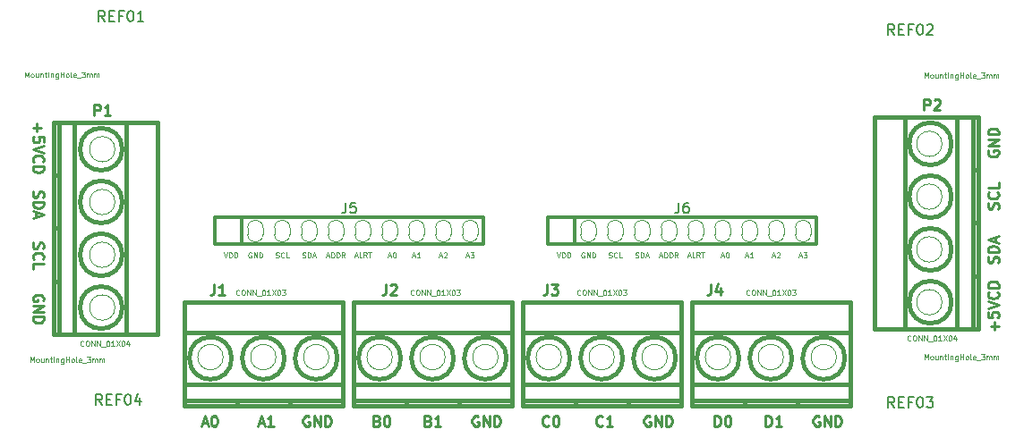
<source format=gbr>
G04 #@! TF.FileFunction,Legend,Top*
%FSLAX46Y46*%
G04 Gerber Fmt 4.6, Leading zero omitted, Abs format (unit mm)*
G04 Created by KiCad (PCBNEW 4.0.6) date 08/21/17 11:10:51*
%MOMM*%
%LPD*%
G01*
G04 APERTURE LIST*
%ADD10C,0.100000*%
%ADD11C,0.125000*%
%ADD12C,0.250000*%
%ADD13C,0.381000*%
%ADD14C,0.304800*%
%ADD15C,0.203200*%
%ADD16C,0.150000*%
G04 APERTURE END LIST*
D10*
D11*
X181705334Y-93706190D02*
X181872001Y-94206190D01*
X182038667Y-93706190D01*
X182205334Y-94206190D02*
X182205334Y-93706190D01*
X182324381Y-93706190D01*
X182395810Y-93730000D01*
X182443429Y-93777619D01*
X182467238Y-93825238D01*
X182491048Y-93920476D01*
X182491048Y-93991905D01*
X182467238Y-94087143D01*
X182443429Y-94134762D01*
X182395810Y-94182381D01*
X182324381Y-94206190D01*
X182205334Y-94206190D01*
X182705334Y-94206190D02*
X182705334Y-93706190D01*
X182824381Y-93706190D01*
X182895810Y-93730000D01*
X182943429Y-93777619D01*
X182967238Y-93825238D01*
X182991048Y-93920476D01*
X182991048Y-93991905D01*
X182967238Y-94087143D01*
X182943429Y-94134762D01*
X182895810Y-94182381D01*
X182824381Y-94206190D01*
X182705334Y-94206190D01*
X184277047Y-93730000D02*
X184229428Y-93706190D01*
X184158000Y-93706190D01*
X184086571Y-93730000D01*
X184038952Y-93777619D01*
X184015143Y-93825238D01*
X183991333Y-93920476D01*
X183991333Y-93991905D01*
X184015143Y-94087143D01*
X184038952Y-94134762D01*
X184086571Y-94182381D01*
X184158000Y-94206190D01*
X184205619Y-94206190D01*
X184277047Y-94182381D01*
X184300857Y-94158571D01*
X184300857Y-93991905D01*
X184205619Y-93991905D01*
X184515143Y-94206190D02*
X184515143Y-93706190D01*
X184800857Y-94206190D01*
X184800857Y-93706190D01*
X185038953Y-94206190D02*
X185038953Y-93706190D01*
X185158000Y-93706190D01*
X185229429Y-93730000D01*
X185277048Y-93777619D01*
X185300857Y-93825238D01*
X185324667Y-93920476D01*
X185324667Y-93991905D01*
X185300857Y-94087143D01*
X185277048Y-94134762D01*
X185229429Y-94182381D01*
X185158000Y-94206190D01*
X185038953Y-94206190D01*
X186602762Y-94182381D02*
X186674191Y-94206190D01*
X186793238Y-94206190D01*
X186840857Y-94182381D01*
X186864667Y-94158571D01*
X186888476Y-94110952D01*
X186888476Y-94063333D01*
X186864667Y-94015714D01*
X186840857Y-93991905D01*
X186793238Y-93968095D01*
X186698000Y-93944286D01*
X186650381Y-93920476D01*
X186626572Y-93896667D01*
X186602762Y-93849048D01*
X186602762Y-93801429D01*
X186626572Y-93753810D01*
X186650381Y-93730000D01*
X186698000Y-93706190D01*
X186817048Y-93706190D01*
X186888476Y-93730000D01*
X187388476Y-94158571D02*
X187364666Y-94182381D01*
X187293238Y-94206190D01*
X187245619Y-94206190D01*
X187174190Y-94182381D01*
X187126571Y-94134762D01*
X187102762Y-94087143D01*
X187078952Y-93991905D01*
X187078952Y-93920476D01*
X187102762Y-93825238D01*
X187126571Y-93777619D01*
X187174190Y-93730000D01*
X187245619Y-93706190D01*
X187293238Y-93706190D01*
X187364666Y-93730000D01*
X187388476Y-93753810D01*
X187840857Y-94206190D02*
X187602762Y-94206190D01*
X187602762Y-93706190D01*
X189130858Y-94182381D02*
X189202287Y-94206190D01*
X189321334Y-94206190D01*
X189368953Y-94182381D01*
X189392763Y-94158571D01*
X189416572Y-94110952D01*
X189416572Y-94063333D01*
X189392763Y-94015714D01*
X189368953Y-93991905D01*
X189321334Y-93968095D01*
X189226096Y-93944286D01*
X189178477Y-93920476D01*
X189154668Y-93896667D01*
X189130858Y-93849048D01*
X189130858Y-93801429D01*
X189154668Y-93753810D01*
X189178477Y-93730000D01*
X189226096Y-93706190D01*
X189345144Y-93706190D01*
X189416572Y-93730000D01*
X189630858Y-94206190D02*
X189630858Y-93706190D01*
X189749905Y-93706190D01*
X189821334Y-93730000D01*
X189868953Y-93777619D01*
X189892762Y-93825238D01*
X189916572Y-93920476D01*
X189916572Y-93991905D01*
X189892762Y-94087143D01*
X189868953Y-94134762D01*
X189821334Y-94182381D01*
X189749905Y-94206190D01*
X189630858Y-94206190D01*
X190107048Y-94063333D02*
X190345143Y-94063333D01*
X190059429Y-94206190D02*
X190226096Y-93706190D01*
X190392762Y-94206190D01*
X191408953Y-94063333D02*
X191647048Y-94063333D01*
X191361334Y-94206190D02*
X191528001Y-93706190D01*
X191694667Y-94206190D01*
X191861334Y-94206190D02*
X191861334Y-93706190D01*
X191980381Y-93706190D01*
X192051810Y-93730000D01*
X192099429Y-93777619D01*
X192123238Y-93825238D01*
X192147048Y-93920476D01*
X192147048Y-93991905D01*
X192123238Y-94087143D01*
X192099429Y-94134762D01*
X192051810Y-94182381D01*
X191980381Y-94206190D01*
X191861334Y-94206190D01*
X192361334Y-94206190D02*
X192361334Y-93706190D01*
X192480381Y-93706190D01*
X192551810Y-93730000D01*
X192599429Y-93777619D01*
X192623238Y-93825238D01*
X192647048Y-93920476D01*
X192647048Y-93991905D01*
X192623238Y-94087143D01*
X192599429Y-94134762D01*
X192551810Y-94182381D01*
X192480381Y-94206190D01*
X192361334Y-94206190D01*
X193147048Y-94206190D02*
X192980381Y-93968095D01*
X192861334Y-94206190D02*
X192861334Y-93706190D01*
X193051810Y-93706190D01*
X193099429Y-93730000D01*
X193123238Y-93753810D01*
X193147048Y-93801429D01*
X193147048Y-93872857D01*
X193123238Y-93920476D01*
X193099429Y-93944286D01*
X193051810Y-93968095D01*
X192861334Y-93968095D01*
X194056096Y-94063333D02*
X194294191Y-94063333D01*
X194008477Y-94206190D02*
X194175144Y-93706190D01*
X194341810Y-94206190D01*
X194746572Y-94206190D02*
X194508477Y-94206190D01*
X194508477Y-93706190D01*
X195198953Y-94206190D02*
X195032286Y-93968095D01*
X194913239Y-94206190D02*
X194913239Y-93706190D01*
X195103715Y-93706190D01*
X195151334Y-93730000D01*
X195175143Y-93753810D01*
X195198953Y-93801429D01*
X195198953Y-93872857D01*
X195175143Y-93920476D01*
X195151334Y-93944286D01*
X195103715Y-93968095D01*
X194913239Y-93968095D01*
X195341810Y-93706190D02*
X195627524Y-93706190D01*
X195484667Y-94206190D02*
X195484667Y-93706190D01*
X197254858Y-94063333D02*
X197492953Y-94063333D01*
X197207239Y-94206190D02*
X197373906Y-93706190D01*
X197540572Y-94206190D01*
X197802477Y-93706190D02*
X197850096Y-93706190D01*
X197897715Y-93730000D01*
X197921524Y-93753810D01*
X197945334Y-93801429D01*
X197969143Y-93896667D01*
X197969143Y-94015714D01*
X197945334Y-94110952D01*
X197921524Y-94158571D01*
X197897715Y-94182381D01*
X197850096Y-94206190D01*
X197802477Y-94206190D01*
X197754858Y-94182381D01*
X197731048Y-94158571D01*
X197707239Y-94110952D01*
X197683429Y-94015714D01*
X197683429Y-93896667D01*
X197707239Y-93801429D01*
X197731048Y-93753810D01*
X197754858Y-93730000D01*
X197802477Y-93706190D01*
X199540858Y-94063333D02*
X199778953Y-94063333D01*
X199493239Y-94206190D02*
X199659906Y-93706190D01*
X199826572Y-94206190D01*
X200255143Y-94206190D02*
X199969429Y-94206190D01*
X200112286Y-94206190D02*
X200112286Y-93706190D01*
X200064667Y-93777619D01*
X200017048Y-93825238D01*
X199969429Y-93849048D01*
X202080858Y-94063333D02*
X202318953Y-94063333D01*
X202033239Y-94206190D02*
X202199906Y-93706190D01*
X202366572Y-94206190D01*
X202509429Y-93753810D02*
X202533239Y-93730000D01*
X202580858Y-93706190D01*
X202699905Y-93706190D01*
X202747524Y-93730000D01*
X202771334Y-93753810D01*
X202795143Y-93801429D01*
X202795143Y-93849048D01*
X202771334Y-93920476D01*
X202485620Y-94206190D01*
X202795143Y-94206190D01*
X204620858Y-94063333D02*
X204858953Y-94063333D01*
X204573239Y-94206190D02*
X204739906Y-93706190D01*
X204906572Y-94206190D01*
X205025620Y-93706190D02*
X205335143Y-93706190D01*
X205168477Y-93896667D01*
X205239905Y-93896667D01*
X205287524Y-93920476D01*
X205311334Y-93944286D01*
X205335143Y-93991905D01*
X205335143Y-94110952D01*
X205311334Y-94158571D01*
X205287524Y-94182381D01*
X205239905Y-94206190D01*
X205097048Y-94206190D01*
X205049429Y-94182381D01*
X205025620Y-94158571D01*
X173124858Y-94063333D02*
X173362953Y-94063333D01*
X173077239Y-94206190D02*
X173243906Y-93706190D01*
X173410572Y-94206190D01*
X173529620Y-93706190D02*
X173839143Y-93706190D01*
X173672477Y-93896667D01*
X173743905Y-93896667D01*
X173791524Y-93920476D01*
X173815334Y-93944286D01*
X173839143Y-93991905D01*
X173839143Y-94110952D01*
X173815334Y-94158571D01*
X173791524Y-94182381D01*
X173743905Y-94206190D01*
X173601048Y-94206190D01*
X173553429Y-94182381D01*
X173529620Y-94158571D01*
X170584858Y-94063333D02*
X170822953Y-94063333D01*
X170537239Y-94206190D02*
X170703906Y-93706190D01*
X170870572Y-94206190D01*
X171013429Y-93753810D02*
X171037239Y-93730000D01*
X171084858Y-93706190D01*
X171203905Y-93706190D01*
X171251524Y-93730000D01*
X171275334Y-93753810D01*
X171299143Y-93801429D01*
X171299143Y-93849048D01*
X171275334Y-93920476D01*
X170989620Y-94206190D01*
X171299143Y-94206190D01*
X168044858Y-94063333D02*
X168282953Y-94063333D01*
X167997239Y-94206190D02*
X168163906Y-93706190D01*
X168330572Y-94206190D01*
X168759143Y-94206190D02*
X168473429Y-94206190D01*
X168616286Y-94206190D02*
X168616286Y-93706190D01*
X168568667Y-93777619D01*
X168521048Y-93825238D01*
X168473429Y-93849048D01*
X165758858Y-94063333D02*
X165996953Y-94063333D01*
X165711239Y-94206190D02*
X165877906Y-93706190D01*
X166044572Y-94206190D01*
X166306477Y-93706190D02*
X166354096Y-93706190D01*
X166401715Y-93730000D01*
X166425524Y-93753810D01*
X166449334Y-93801429D01*
X166473143Y-93896667D01*
X166473143Y-94015714D01*
X166449334Y-94110952D01*
X166425524Y-94158571D01*
X166401715Y-94182381D01*
X166354096Y-94206190D01*
X166306477Y-94206190D01*
X166258858Y-94182381D01*
X166235048Y-94158571D01*
X166211239Y-94110952D01*
X166187429Y-94015714D01*
X166187429Y-93896667D01*
X166211239Y-93801429D01*
X166235048Y-93753810D01*
X166258858Y-93730000D01*
X166306477Y-93706190D01*
X162560096Y-94063333D02*
X162798191Y-94063333D01*
X162512477Y-94206190D02*
X162679144Y-93706190D01*
X162845810Y-94206190D01*
X163250572Y-94206190D02*
X163012477Y-94206190D01*
X163012477Y-93706190D01*
X163702953Y-94206190D02*
X163536286Y-93968095D01*
X163417239Y-94206190D02*
X163417239Y-93706190D01*
X163607715Y-93706190D01*
X163655334Y-93730000D01*
X163679143Y-93753810D01*
X163702953Y-93801429D01*
X163702953Y-93872857D01*
X163679143Y-93920476D01*
X163655334Y-93944286D01*
X163607715Y-93968095D01*
X163417239Y-93968095D01*
X163845810Y-93706190D02*
X164131524Y-93706190D01*
X163988667Y-94206190D02*
X163988667Y-93706190D01*
X159912953Y-94063333D02*
X160151048Y-94063333D01*
X159865334Y-94206190D02*
X160032001Y-93706190D01*
X160198667Y-94206190D01*
X160365334Y-94206190D02*
X160365334Y-93706190D01*
X160484381Y-93706190D01*
X160555810Y-93730000D01*
X160603429Y-93777619D01*
X160627238Y-93825238D01*
X160651048Y-93920476D01*
X160651048Y-93991905D01*
X160627238Y-94087143D01*
X160603429Y-94134762D01*
X160555810Y-94182381D01*
X160484381Y-94206190D01*
X160365334Y-94206190D01*
X160865334Y-94206190D02*
X160865334Y-93706190D01*
X160984381Y-93706190D01*
X161055810Y-93730000D01*
X161103429Y-93777619D01*
X161127238Y-93825238D01*
X161151048Y-93920476D01*
X161151048Y-93991905D01*
X161127238Y-94087143D01*
X161103429Y-94134762D01*
X161055810Y-94182381D01*
X160984381Y-94206190D01*
X160865334Y-94206190D01*
X161651048Y-94206190D02*
X161484381Y-93968095D01*
X161365334Y-94206190D02*
X161365334Y-93706190D01*
X161555810Y-93706190D01*
X161603429Y-93730000D01*
X161627238Y-93753810D01*
X161651048Y-93801429D01*
X161651048Y-93872857D01*
X161627238Y-93920476D01*
X161603429Y-93944286D01*
X161555810Y-93968095D01*
X161365334Y-93968095D01*
X157634858Y-94182381D02*
X157706287Y-94206190D01*
X157825334Y-94206190D01*
X157872953Y-94182381D01*
X157896763Y-94158571D01*
X157920572Y-94110952D01*
X157920572Y-94063333D01*
X157896763Y-94015714D01*
X157872953Y-93991905D01*
X157825334Y-93968095D01*
X157730096Y-93944286D01*
X157682477Y-93920476D01*
X157658668Y-93896667D01*
X157634858Y-93849048D01*
X157634858Y-93801429D01*
X157658668Y-93753810D01*
X157682477Y-93730000D01*
X157730096Y-93706190D01*
X157849144Y-93706190D01*
X157920572Y-93730000D01*
X158134858Y-94206190D02*
X158134858Y-93706190D01*
X158253905Y-93706190D01*
X158325334Y-93730000D01*
X158372953Y-93777619D01*
X158396762Y-93825238D01*
X158420572Y-93920476D01*
X158420572Y-93991905D01*
X158396762Y-94087143D01*
X158372953Y-94134762D01*
X158325334Y-94182381D01*
X158253905Y-94206190D01*
X158134858Y-94206190D01*
X158611048Y-94063333D02*
X158849143Y-94063333D01*
X158563429Y-94206190D02*
X158730096Y-93706190D01*
X158896762Y-94206190D01*
X155106762Y-94182381D02*
X155178191Y-94206190D01*
X155297238Y-94206190D01*
X155344857Y-94182381D01*
X155368667Y-94158571D01*
X155392476Y-94110952D01*
X155392476Y-94063333D01*
X155368667Y-94015714D01*
X155344857Y-93991905D01*
X155297238Y-93968095D01*
X155202000Y-93944286D01*
X155154381Y-93920476D01*
X155130572Y-93896667D01*
X155106762Y-93849048D01*
X155106762Y-93801429D01*
X155130572Y-93753810D01*
X155154381Y-93730000D01*
X155202000Y-93706190D01*
X155321048Y-93706190D01*
X155392476Y-93730000D01*
X155892476Y-94158571D02*
X155868666Y-94182381D01*
X155797238Y-94206190D01*
X155749619Y-94206190D01*
X155678190Y-94182381D01*
X155630571Y-94134762D01*
X155606762Y-94087143D01*
X155582952Y-93991905D01*
X155582952Y-93920476D01*
X155606762Y-93825238D01*
X155630571Y-93777619D01*
X155678190Y-93730000D01*
X155749619Y-93706190D01*
X155797238Y-93706190D01*
X155868666Y-93730000D01*
X155892476Y-93753810D01*
X156344857Y-94206190D02*
X156106762Y-94206190D01*
X156106762Y-93706190D01*
X152781047Y-93730000D02*
X152733428Y-93706190D01*
X152662000Y-93706190D01*
X152590571Y-93730000D01*
X152542952Y-93777619D01*
X152519143Y-93825238D01*
X152495333Y-93920476D01*
X152495333Y-93991905D01*
X152519143Y-94087143D01*
X152542952Y-94134762D01*
X152590571Y-94182381D01*
X152662000Y-94206190D01*
X152709619Y-94206190D01*
X152781047Y-94182381D01*
X152804857Y-94158571D01*
X152804857Y-93991905D01*
X152709619Y-93991905D01*
X153019143Y-94206190D02*
X153019143Y-93706190D01*
X153304857Y-94206190D01*
X153304857Y-93706190D01*
X153542953Y-94206190D02*
X153542953Y-93706190D01*
X153662000Y-93706190D01*
X153733429Y-93730000D01*
X153781048Y-93777619D01*
X153804857Y-93825238D01*
X153828667Y-93920476D01*
X153828667Y-93991905D01*
X153804857Y-94087143D01*
X153781048Y-94134762D01*
X153733429Y-94182381D01*
X153662000Y-94206190D01*
X153542953Y-94206190D01*
X150209334Y-93706190D02*
X150376001Y-94206190D01*
X150542667Y-93706190D01*
X150709334Y-94206190D02*
X150709334Y-93706190D01*
X150828381Y-93706190D01*
X150899810Y-93730000D01*
X150947429Y-93777619D01*
X150971238Y-93825238D01*
X150995048Y-93920476D01*
X150995048Y-93991905D01*
X150971238Y-94087143D01*
X150947429Y-94134762D01*
X150899810Y-94182381D01*
X150828381Y-94206190D01*
X150709334Y-94206190D01*
X151209334Y-94206190D02*
X151209334Y-93706190D01*
X151328381Y-93706190D01*
X151399810Y-93730000D01*
X151447429Y-93777619D01*
X151471238Y-93825238D01*
X151495048Y-93920476D01*
X151495048Y-93991905D01*
X151471238Y-94087143D01*
X151447429Y-94134762D01*
X151399810Y-94182381D01*
X151328381Y-94206190D01*
X151209334Y-94206190D01*
D12*
X223416762Y-89582476D02*
X223464381Y-89439619D01*
X223464381Y-89201523D01*
X223416762Y-89106285D01*
X223369143Y-89058666D01*
X223273905Y-89011047D01*
X223178667Y-89011047D01*
X223083429Y-89058666D01*
X223035810Y-89106285D01*
X222988190Y-89201523D01*
X222940571Y-89392000D01*
X222892952Y-89487238D01*
X222845333Y-89534857D01*
X222750095Y-89582476D01*
X222654857Y-89582476D01*
X222559619Y-89534857D01*
X222512000Y-89487238D01*
X222464381Y-89392000D01*
X222464381Y-89153904D01*
X222512000Y-89011047D01*
X223369143Y-88011047D02*
X223416762Y-88058666D01*
X223464381Y-88201523D01*
X223464381Y-88296761D01*
X223416762Y-88439619D01*
X223321524Y-88534857D01*
X223226286Y-88582476D01*
X223035810Y-88630095D01*
X222892952Y-88630095D01*
X222702476Y-88582476D01*
X222607238Y-88534857D01*
X222512000Y-88439619D01*
X222464381Y-88296761D01*
X222464381Y-88201523D01*
X222512000Y-88058666D01*
X222559619Y-88011047D01*
X223464381Y-87106285D02*
X223464381Y-87582476D01*
X222464381Y-87582476D01*
X223416762Y-94686286D02*
X223464381Y-94543429D01*
X223464381Y-94305333D01*
X223416762Y-94210095D01*
X223369143Y-94162476D01*
X223273905Y-94114857D01*
X223178667Y-94114857D01*
X223083429Y-94162476D01*
X223035810Y-94210095D01*
X222988190Y-94305333D01*
X222940571Y-94495810D01*
X222892952Y-94591048D01*
X222845333Y-94638667D01*
X222750095Y-94686286D01*
X222654857Y-94686286D01*
X222559619Y-94638667D01*
X222512000Y-94591048D01*
X222464381Y-94495810D01*
X222464381Y-94257714D01*
X222512000Y-94114857D01*
X223464381Y-93686286D02*
X222464381Y-93686286D01*
X222464381Y-93448191D01*
X222512000Y-93305333D01*
X222607238Y-93210095D01*
X222702476Y-93162476D01*
X222892952Y-93114857D01*
X223035810Y-93114857D01*
X223226286Y-93162476D01*
X223321524Y-93210095D01*
X223416762Y-93305333D01*
X223464381Y-93448191D01*
X223464381Y-93686286D01*
X223178667Y-92733905D02*
X223178667Y-92257714D01*
X223464381Y-92829143D02*
X222464381Y-92495810D01*
X223464381Y-92162476D01*
X222512000Y-84073904D02*
X222464381Y-84169142D01*
X222464381Y-84311999D01*
X222512000Y-84454857D01*
X222607238Y-84550095D01*
X222702476Y-84597714D01*
X222892952Y-84645333D01*
X223035810Y-84645333D01*
X223226286Y-84597714D01*
X223321524Y-84550095D01*
X223416762Y-84454857D01*
X223464381Y-84311999D01*
X223464381Y-84216761D01*
X223416762Y-84073904D01*
X223369143Y-84026285D01*
X223035810Y-84026285D01*
X223035810Y-84216761D01*
X223464381Y-83597714D02*
X222464381Y-83597714D01*
X223464381Y-83026285D01*
X222464381Y-83026285D01*
X223464381Y-82550095D02*
X222464381Y-82550095D01*
X222464381Y-82312000D01*
X222512000Y-82169142D01*
X222607238Y-82073904D01*
X222702476Y-82026285D01*
X222892952Y-81978666D01*
X223035810Y-81978666D01*
X223226286Y-82026285D01*
X223321524Y-82073904D01*
X223416762Y-82169142D01*
X223464381Y-82312000D01*
X223464381Y-82550095D01*
X223083429Y-101091714D02*
X223083429Y-100329809D01*
X223464381Y-100710761D02*
X222702476Y-100710761D01*
X222464381Y-99377428D02*
X222464381Y-99853619D01*
X222940571Y-99901238D01*
X222892952Y-99853619D01*
X222845333Y-99758381D01*
X222845333Y-99520285D01*
X222892952Y-99425047D01*
X222940571Y-99377428D01*
X223035810Y-99329809D01*
X223273905Y-99329809D01*
X223369143Y-99377428D01*
X223416762Y-99425047D01*
X223464381Y-99520285D01*
X223464381Y-99758381D01*
X223416762Y-99853619D01*
X223369143Y-99901238D01*
X222464381Y-99044095D02*
X223464381Y-98710762D01*
X222464381Y-98377428D01*
X223369143Y-97472666D02*
X223416762Y-97520285D01*
X223464381Y-97663142D01*
X223464381Y-97758380D01*
X223416762Y-97901238D01*
X223321524Y-97996476D01*
X223226286Y-98044095D01*
X223035810Y-98091714D01*
X222892952Y-98091714D01*
X222702476Y-98044095D01*
X222607238Y-97996476D01*
X222512000Y-97901238D01*
X222464381Y-97758380D01*
X222464381Y-97663142D01*
X222512000Y-97520285D01*
X222559619Y-97472666D01*
X223464381Y-97044095D02*
X222464381Y-97044095D01*
X222464381Y-96806000D01*
X222512000Y-96663142D01*
X222607238Y-96567904D01*
X222702476Y-96520285D01*
X222892952Y-96472666D01*
X223035810Y-96472666D01*
X223226286Y-96520285D01*
X223321524Y-96567904D01*
X223416762Y-96663142D01*
X223464381Y-96806000D01*
X223464381Y-97044095D01*
X133088000Y-98298096D02*
X133135619Y-98202858D01*
X133135619Y-98060001D01*
X133088000Y-97917143D01*
X132992762Y-97821905D01*
X132897524Y-97774286D01*
X132707048Y-97726667D01*
X132564190Y-97726667D01*
X132373714Y-97774286D01*
X132278476Y-97821905D01*
X132183238Y-97917143D01*
X132135619Y-98060001D01*
X132135619Y-98155239D01*
X132183238Y-98298096D01*
X132230857Y-98345715D01*
X132564190Y-98345715D01*
X132564190Y-98155239D01*
X132135619Y-98774286D02*
X133135619Y-98774286D01*
X132135619Y-99345715D01*
X133135619Y-99345715D01*
X132135619Y-99821905D02*
X133135619Y-99821905D01*
X133135619Y-100060000D01*
X133088000Y-100202858D01*
X132992762Y-100298096D01*
X132897524Y-100345715D01*
X132707048Y-100393334D01*
X132564190Y-100393334D01*
X132373714Y-100345715D01*
X132278476Y-100298096D01*
X132183238Y-100202858D01*
X132135619Y-100060000D01*
X132135619Y-99821905D01*
X132183238Y-92789524D02*
X132135619Y-92932381D01*
X132135619Y-93170477D01*
X132183238Y-93265715D01*
X132230857Y-93313334D01*
X132326095Y-93360953D01*
X132421333Y-93360953D01*
X132516571Y-93313334D01*
X132564190Y-93265715D01*
X132611810Y-93170477D01*
X132659429Y-92980000D01*
X132707048Y-92884762D01*
X132754667Y-92837143D01*
X132849905Y-92789524D01*
X132945143Y-92789524D01*
X133040381Y-92837143D01*
X133088000Y-92884762D01*
X133135619Y-92980000D01*
X133135619Y-93218096D01*
X133088000Y-93360953D01*
X132230857Y-94360953D02*
X132183238Y-94313334D01*
X132135619Y-94170477D01*
X132135619Y-94075239D01*
X132183238Y-93932381D01*
X132278476Y-93837143D01*
X132373714Y-93789524D01*
X132564190Y-93741905D01*
X132707048Y-93741905D01*
X132897524Y-93789524D01*
X132992762Y-93837143D01*
X133088000Y-93932381D01*
X133135619Y-94075239D01*
X133135619Y-94170477D01*
X133088000Y-94313334D01*
X133040381Y-94360953D01*
X132135619Y-95265715D02*
X132135619Y-94789524D01*
X133135619Y-94789524D01*
X132183238Y-87939714D02*
X132135619Y-88082571D01*
X132135619Y-88320667D01*
X132183238Y-88415905D01*
X132230857Y-88463524D01*
X132326095Y-88511143D01*
X132421333Y-88511143D01*
X132516571Y-88463524D01*
X132564190Y-88415905D01*
X132611810Y-88320667D01*
X132659429Y-88130190D01*
X132707048Y-88034952D01*
X132754667Y-87987333D01*
X132849905Y-87939714D01*
X132945143Y-87939714D01*
X133040381Y-87987333D01*
X133088000Y-88034952D01*
X133135619Y-88130190D01*
X133135619Y-88368286D01*
X133088000Y-88511143D01*
X132135619Y-88939714D02*
X133135619Y-88939714D01*
X133135619Y-89177809D01*
X133088000Y-89320667D01*
X132992762Y-89415905D01*
X132897524Y-89463524D01*
X132707048Y-89511143D01*
X132564190Y-89511143D01*
X132373714Y-89463524D01*
X132278476Y-89415905D01*
X132183238Y-89320667D01*
X132135619Y-89177809D01*
X132135619Y-88939714D01*
X132421333Y-89892095D02*
X132421333Y-90368286D01*
X132135619Y-89796857D02*
X133135619Y-90130190D01*
X132135619Y-90463524D01*
X132516571Y-81534286D02*
X132516571Y-82296191D01*
X132135619Y-81915239D02*
X132897524Y-81915239D01*
X133135619Y-83248572D02*
X133135619Y-82772381D01*
X132659429Y-82724762D01*
X132707048Y-82772381D01*
X132754667Y-82867619D01*
X132754667Y-83105715D01*
X132707048Y-83200953D01*
X132659429Y-83248572D01*
X132564190Y-83296191D01*
X132326095Y-83296191D01*
X132230857Y-83248572D01*
X132183238Y-83200953D01*
X132135619Y-83105715D01*
X132135619Y-82867619D01*
X132183238Y-82772381D01*
X132230857Y-82724762D01*
X133135619Y-83581905D02*
X132135619Y-83915238D01*
X133135619Y-84248572D01*
X132230857Y-85153334D02*
X132183238Y-85105715D01*
X132135619Y-84962858D01*
X132135619Y-84867620D01*
X132183238Y-84724762D01*
X132278476Y-84629524D01*
X132373714Y-84581905D01*
X132564190Y-84534286D01*
X132707048Y-84534286D01*
X132897524Y-84581905D01*
X132992762Y-84629524D01*
X133088000Y-84724762D01*
X133135619Y-84867620D01*
X133135619Y-84962858D01*
X133088000Y-85105715D01*
X133040381Y-85153334D01*
X132135619Y-85581905D02*
X133135619Y-85581905D01*
X133135619Y-85820000D01*
X133088000Y-85962858D01*
X132992762Y-86058096D01*
X132897524Y-86105715D01*
X132707048Y-86153334D01*
X132564190Y-86153334D01*
X132373714Y-86105715D01*
X132278476Y-86058096D01*
X132183238Y-85962858D01*
X132135619Y-85820000D01*
X132135619Y-85581905D01*
X196619905Y-110180381D02*
X196619905Y-109180381D01*
X196858000Y-109180381D01*
X197000858Y-109228000D01*
X197096096Y-109323238D01*
X197143715Y-109418476D01*
X197191334Y-109608952D01*
X197191334Y-109751810D01*
X197143715Y-109942286D01*
X197096096Y-110037524D01*
X197000858Y-110132762D01*
X196858000Y-110180381D01*
X196619905Y-110180381D01*
X197810381Y-109180381D02*
X197905620Y-109180381D01*
X198000858Y-109228000D01*
X198048477Y-109275619D01*
X198096096Y-109370857D01*
X198143715Y-109561333D01*
X198143715Y-109799429D01*
X198096096Y-109989905D01*
X198048477Y-110085143D01*
X198000858Y-110132762D01*
X197905620Y-110180381D01*
X197810381Y-110180381D01*
X197715143Y-110132762D01*
X197667524Y-110085143D01*
X197619905Y-109989905D01*
X197572286Y-109799429D01*
X197572286Y-109561333D01*
X197619905Y-109370857D01*
X197667524Y-109275619D01*
X197715143Y-109228000D01*
X197810381Y-109180381D01*
X201445905Y-110180381D02*
X201445905Y-109180381D01*
X201684000Y-109180381D01*
X201826858Y-109228000D01*
X201922096Y-109323238D01*
X201969715Y-109418476D01*
X202017334Y-109608952D01*
X202017334Y-109751810D01*
X201969715Y-109942286D01*
X201922096Y-110037524D01*
X201826858Y-110132762D01*
X201684000Y-110180381D01*
X201445905Y-110180381D01*
X202969715Y-110180381D02*
X202398286Y-110180381D01*
X202684000Y-110180381D02*
X202684000Y-109180381D01*
X202588762Y-109323238D01*
X202493524Y-109418476D01*
X202398286Y-109466095D01*
X206502096Y-109228000D02*
X206406858Y-109180381D01*
X206264001Y-109180381D01*
X206121143Y-109228000D01*
X206025905Y-109323238D01*
X205978286Y-109418476D01*
X205930667Y-109608952D01*
X205930667Y-109751810D01*
X205978286Y-109942286D01*
X206025905Y-110037524D01*
X206121143Y-110132762D01*
X206264001Y-110180381D01*
X206359239Y-110180381D01*
X206502096Y-110132762D01*
X206549715Y-110085143D01*
X206549715Y-109751810D01*
X206359239Y-109751810D01*
X206978286Y-110180381D02*
X206978286Y-109180381D01*
X207549715Y-110180381D01*
X207549715Y-109180381D01*
X208025905Y-110180381D02*
X208025905Y-109180381D01*
X208264000Y-109180381D01*
X208406858Y-109228000D01*
X208502096Y-109323238D01*
X208549715Y-109418476D01*
X208597334Y-109608952D01*
X208597334Y-109751810D01*
X208549715Y-109942286D01*
X208502096Y-110037524D01*
X208406858Y-110132762D01*
X208264000Y-110180381D01*
X208025905Y-110180381D01*
X190500096Y-109228000D02*
X190404858Y-109180381D01*
X190262001Y-109180381D01*
X190119143Y-109228000D01*
X190023905Y-109323238D01*
X189976286Y-109418476D01*
X189928667Y-109608952D01*
X189928667Y-109751810D01*
X189976286Y-109942286D01*
X190023905Y-110037524D01*
X190119143Y-110132762D01*
X190262001Y-110180381D01*
X190357239Y-110180381D01*
X190500096Y-110132762D01*
X190547715Y-110085143D01*
X190547715Y-109751810D01*
X190357239Y-109751810D01*
X190976286Y-110180381D02*
X190976286Y-109180381D01*
X191547715Y-110180381D01*
X191547715Y-109180381D01*
X192023905Y-110180381D02*
X192023905Y-109180381D01*
X192262000Y-109180381D01*
X192404858Y-109228000D01*
X192500096Y-109323238D01*
X192547715Y-109418476D01*
X192595334Y-109608952D01*
X192595334Y-109751810D01*
X192547715Y-109942286D01*
X192500096Y-110037524D01*
X192404858Y-110132762D01*
X192262000Y-110180381D01*
X192023905Y-110180381D01*
X186015334Y-110085143D02*
X185967715Y-110132762D01*
X185824858Y-110180381D01*
X185729620Y-110180381D01*
X185586762Y-110132762D01*
X185491524Y-110037524D01*
X185443905Y-109942286D01*
X185396286Y-109751810D01*
X185396286Y-109608952D01*
X185443905Y-109418476D01*
X185491524Y-109323238D01*
X185586762Y-109228000D01*
X185729620Y-109180381D01*
X185824858Y-109180381D01*
X185967715Y-109228000D01*
X186015334Y-109275619D01*
X186967715Y-110180381D02*
X186396286Y-110180381D01*
X186682000Y-110180381D02*
X186682000Y-109180381D01*
X186586762Y-109323238D01*
X186491524Y-109418476D01*
X186396286Y-109466095D01*
X180935334Y-110085143D02*
X180887715Y-110132762D01*
X180744858Y-110180381D01*
X180649620Y-110180381D01*
X180506762Y-110132762D01*
X180411524Y-110037524D01*
X180363905Y-109942286D01*
X180316286Y-109751810D01*
X180316286Y-109608952D01*
X180363905Y-109418476D01*
X180411524Y-109323238D01*
X180506762Y-109228000D01*
X180649620Y-109180381D01*
X180744858Y-109180381D01*
X180887715Y-109228000D01*
X180935334Y-109275619D01*
X181554381Y-109180381D02*
X181649620Y-109180381D01*
X181744858Y-109228000D01*
X181792477Y-109275619D01*
X181840096Y-109370857D01*
X181887715Y-109561333D01*
X181887715Y-109799429D01*
X181840096Y-109989905D01*
X181792477Y-110085143D01*
X181744858Y-110132762D01*
X181649620Y-110180381D01*
X181554381Y-110180381D01*
X181459143Y-110132762D01*
X181411524Y-110085143D01*
X181363905Y-109989905D01*
X181316286Y-109799429D01*
X181316286Y-109561333D01*
X181363905Y-109370857D01*
X181411524Y-109275619D01*
X181459143Y-109228000D01*
X181554381Y-109180381D01*
X164695239Y-109656571D02*
X164838096Y-109704190D01*
X164885715Y-109751810D01*
X164933334Y-109847048D01*
X164933334Y-109989905D01*
X164885715Y-110085143D01*
X164838096Y-110132762D01*
X164742858Y-110180381D01*
X164361905Y-110180381D01*
X164361905Y-109180381D01*
X164695239Y-109180381D01*
X164790477Y-109228000D01*
X164838096Y-109275619D01*
X164885715Y-109370857D01*
X164885715Y-109466095D01*
X164838096Y-109561333D01*
X164790477Y-109608952D01*
X164695239Y-109656571D01*
X164361905Y-109656571D01*
X165552381Y-109180381D02*
X165647620Y-109180381D01*
X165742858Y-109228000D01*
X165790477Y-109275619D01*
X165838096Y-109370857D01*
X165885715Y-109561333D01*
X165885715Y-109799429D01*
X165838096Y-109989905D01*
X165790477Y-110085143D01*
X165742858Y-110132762D01*
X165647620Y-110180381D01*
X165552381Y-110180381D01*
X165457143Y-110132762D01*
X165409524Y-110085143D01*
X165361905Y-109989905D01*
X165314286Y-109799429D01*
X165314286Y-109561333D01*
X165361905Y-109370857D01*
X165409524Y-109275619D01*
X165457143Y-109228000D01*
X165552381Y-109180381D01*
X169521239Y-109656571D02*
X169664096Y-109704190D01*
X169711715Y-109751810D01*
X169759334Y-109847048D01*
X169759334Y-109989905D01*
X169711715Y-110085143D01*
X169664096Y-110132762D01*
X169568858Y-110180381D01*
X169187905Y-110180381D01*
X169187905Y-109180381D01*
X169521239Y-109180381D01*
X169616477Y-109228000D01*
X169664096Y-109275619D01*
X169711715Y-109370857D01*
X169711715Y-109466095D01*
X169664096Y-109561333D01*
X169616477Y-109608952D01*
X169521239Y-109656571D01*
X169187905Y-109656571D01*
X170711715Y-110180381D02*
X170140286Y-110180381D01*
X170426000Y-110180381D02*
X170426000Y-109180381D01*
X170330762Y-109323238D01*
X170235524Y-109418476D01*
X170140286Y-109466095D01*
X174244096Y-109228000D02*
X174148858Y-109180381D01*
X174006001Y-109180381D01*
X173863143Y-109228000D01*
X173767905Y-109323238D01*
X173720286Y-109418476D01*
X173672667Y-109608952D01*
X173672667Y-109751810D01*
X173720286Y-109942286D01*
X173767905Y-110037524D01*
X173863143Y-110132762D01*
X174006001Y-110180381D01*
X174101239Y-110180381D01*
X174244096Y-110132762D01*
X174291715Y-110085143D01*
X174291715Y-109751810D01*
X174101239Y-109751810D01*
X174720286Y-110180381D02*
X174720286Y-109180381D01*
X175291715Y-110180381D01*
X175291715Y-109180381D01*
X175767905Y-110180381D02*
X175767905Y-109180381D01*
X176006000Y-109180381D01*
X176148858Y-109228000D01*
X176244096Y-109323238D01*
X176291715Y-109418476D01*
X176339334Y-109608952D01*
X176339334Y-109751810D01*
X176291715Y-109942286D01*
X176244096Y-110037524D01*
X176148858Y-110132762D01*
X176006000Y-110180381D01*
X175767905Y-110180381D01*
X158242096Y-109228000D02*
X158146858Y-109180381D01*
X158004001Y-109180381D01*
X157861143Y-109228000D01*
X157765905Y-109323238D01*
X157718286Y-109418476D01*
X157670667Y-109608952D01*
X157670667Y-109751810D01*
X157718286Y-109942286D01*
X157765905Y-110037524D01*
X157861143Y-110132762D01*
X158004001Y-110180381D01*
X158099239Y-110180381D01*
X158242096Y-110132762D01*
X158289715Y-110085143D01*
X158289715Y-109751810D01*
X158099239Y-109751810D01*
X158718286Y-110180381D02*
X158718286Y-109180381D01*
X159289715Y-110180381D01*
X159289715Y-109180381D01*
X159765905Y-110180381D02*
X159765905Y-109180381D01*
X160004000Y-109180381D01*
X160146858Y-109228000D01*
X160242096Y-109323238D01*
X160289715Y-109418476D01*
X160337334Y-109608952D01*
X160337334Y-109751810D01*
X160289715Y-109942286D01*
X160242096Y-110037524D01*
X160146858Y-110132762D01*
X160004000Y-110180381D01*
X159765905Y-110180381D01*
X153463714Y-109894667D02*
X153939905Y-109894667D01*
X153368476Y-110180381D02*
X153701809Y-109180381D01*
X154035143Y-110180381D01*
X154892286Y-110180381D02*
X154320857Y-110180381D01*
X154606571Y-110180381D02*
X154606571Y-109180381D01*
X154511333Y-109323238D01*
X154416095Y-109418476D01*
X154320857Y-109466095D01*
X148129714Y-109894667D02*
X148605905Y-109894667D01*
X148034476Y-110180381D02*
X148367809Y-109180381D01*
X148701143Y-110180381D01*
X149224952Y-109180381D02*
X149320191Y-109180381D01*
X149415429Y-109228000D01*
X149463048Y-109275619D01*
X149510667Y-109370857D01*
X149558286Y-109561333D01*
X149558286Y-109799429D01*
X149510667Y-109989905D01*
X149463048Y-110085143D01*
X149415429Y-110132762D01*
X149320191Y-110180381D01*
X149224952Y-110180381D01*
X149129714Y-110132762D01*
X149082095Y-110085143D01*
X149034476Y-109989905D01*
X148986857Y-109799429D01*
X148986857Y-109561333D01*
X149034476Y-109370857D01*
X149082095Y-109275619D01*
X149129714Y-109228000D01*
X149224952Y-109180381D01*
D13*
X160924000Y-103732000D02*
G75*
G03X160924000Y-103732000I-2000000J0D01*
G01*
X156424000Y-107732000D02*
X156424000Y-108232000D01*
X151424000Y-107732000D02*
X151424000Y-108232000D01*
X155924000Y-103732000D02*
G75*
G03X155924000Y-103732000I-2000000J0D01*
G01*
X150924000Y-103732000D02*
G75*
G03X150924000Y-103732000I-2000000J0D01*
G01*
X146424000Y-106232000D02*
X161424000Y-106232000D01*
X146424000Y-101332000D02*
X161424000Y-101332000D01*
X146424000Y-107732000D02*
X161424000Y-107732000D01*
X146424000Y-108232000D02*
X161424000Y-108232000D01*
X161424000Y-108232000D02*
X161424000Y-98432000D01*
X161424000Y-98432000D02*
X146424000Y-98432000D01*
X146424000Y-98432000D02*
X146424000Y-108232000D01*
X176926000Y-103732000D02*
G75*
G03X176926000Y-103732000I-2000000J0D01*
G01*
X172426000Y-107732000D02*
X172426000Y-108232000D01*
X167426000Y-107732000D02*
X167426000Y-108232000D01*
X171926000Y-103732000D02*
G75*
G03X171926000Y-103732000I-2000000J0D01*
G01*
X166926000Y-103732000D02*
G75*
G03X166926000Y-103732000I-2000000J0D01*
G01*
X162426000Y-106232000D02*
X177426000Y-106232000D01*
X162426000Y-101332000D02*
X177426000Y-101332000D01*
X162426000Y-107732000D02*
X177426000Y-107732000D01*
X162426000Y-108232000D02*
X177426000Y-108232000D01*
X177426000Y-108232000D02*
X177426000Y-98432000D01*
X177426000Y-98432000D02*
X162426000Y-98432000D01*
X162426000Y-98432000D02*
X162426000Y-108232000D01*
X192928000Y-103732000D02*
G75*
G03X192928000Y-103732000I-2000000J0D01*
G01*
X188428000Y-107732000D02*
X188428000Y-108232000D01*
X183428000Y-107732000D02*
X183428000Y-108232000D01*
X187928000Y-103732000D02*
G75*
G03X187928000Y-103732000I-2000000J0D01*
G01*
X182928000Y-103732000D02*
G75*
G03X182928000Y-103732000I-2000000J0D01*
G01*
X178428000Y-106232000D02*
X193428000Y-106232000D01*
X178428000Y-101332000D02*
X193428000Y-101332000D01*
X178428000Y-107732000D02*
X193428000Y-107732000D01*
X178428000Y-108232000D02*
X193428000Y-108232000D01*
X193428000Y-108232000D02*
X193428000Y-98432000D01*
X193428000Y-98432000D02*
X178428000Y-98432000D01*
X178428000Y-98432000D02*
X178428000Y-108232000D01*
X208930000Y-103732000D02*
G75*
G03X208930000Y-103732000I-2000000J0D01*
G01*
X204430000Y-107732000D02*
X204430000Y-108232000D01*
X199430000Y-107732000D02*
X199430000Y-108232000D01*
X203930000Y-103732000D02*
G75*
G03X203930000Y-103732000I-2000000J0D01*
G01*
X198930000Y-103732000D02*
G75*
G03X198930000Y-103732000I-2000000J0D01*
G01*
X194430000Y-106232000D02*
X209430000Y-106232000D01*
X194430000Y-101332000D02*
X209430000Y-101332000D01*
X194430000Y-107732000D02*
X209430000Y-107732000D01*
X194430000Y-108232000D02*
X209430000Y-108232000D01*
X209430000Y-108232000D02*
X209430000Y-98432000D01*
X209430000Y-98432000D02*
X194430000Y-98432000D01*
X194430000Y-98432000D02*
X194430000Y-108232000D01*
X134584000Y-96440000D02*
X134084000Y-96440000D01*
X140584000Y-98940000D02*
G75*
G03X140584000Y-98940000I-2000000J0D01*
G01*
X140584000Y-93940000D02*
G75*
G03X140584000Y-93940000I-2000000J0D01*
G01*
X134584000Y-91440000D02*
X134084000Y-91440000D01*
X134584000Y-86440000D02*
X134084000Y-86440000D01*
X140584000Y-88940000D02*
G75*
G03X140584000Y-88940000I-2000000J0D01*
G01*
X140584000Y-83940000D02*
G75*
G03X140584000Y-83940000I-2000000J0D01*
G01*
X136084000Y-81440000D02*
X136084000Y-101440000D01*
X140984000Y-81440000D02*
X140984000Y-101440000D01*
X134584000Y-81440000D02*
X134584000Y-101440000D01*
X134084000Y-81440000D02*
X134084000Y-101440000D01*
X134084000Y-101440000D02*
X143884000Y-101440000D01*
X143884000Y-101440000D02*
X143884000Y-81440000D01*
X143884000Y-81440000D02*
X134084000Y-81440000D01*
X221016000Y-85932000D02*
X221516000Y-85932000D01*
X219016000Y-83432000D02*
G75*
G03X219016000Y-83432000I-2000000J0D01*
G01*
X219016000Y-88432000D02*
G75*
G03X219016000Y-88432000I-2000000J0D01*
G01*
X221016000Y-90932000D02*
X221516000Y-90932000D01*
X221016000Y-95932000D02*
X221516000Y-95932000D01*
X219016000Y-93432000D02*
G75*
G03X219016000Y-93432000I-2000000J0D01*
G01*
X219016000Y-98432000D02*
G75*
G03X219016000Y-98432000I-2000000J0D01*
G01*
X219516000Y-100932000D02*
X219516000Y-80932000D01*
X214616000Y-100932000D02*
X214616000Y-80932000D01*
X221016000Y-100932000D02*
X221016000Y-80932000D01*
X221516000Y-100932000D02*
X221516000Y-80932000D01*
X221516000Y-80932000D02*
X211716000Y-80932000D01*
X211716000Y-80932000D02*
X211716000Y-100932000D01*
X211716000Y-100932000D02*
X221516000Y-100932000D01*
D14*
X151892000Y-90424000D02*
X151892000Y-92964000D01*
X149352000Y-90424000D02*
X174752000Y-90424000D01*
X174752000Y-90424000D02*
X174752000Y-92964000D01*
X174752000Y-92964000D02*
X149352000Y-92964000D01*
X149352000Y-92964000D02*
X149352000Y-90424000D01*
X183388000Y-90424000D02*
X183388000Y-92964000D01*
X180848000Y-90424000D02*
X206248000Y-90424000D01*
X206248000Y-90424000D02*
X206248000Y-92964000D01*
X206248000Y-92964000D02*
X180848000Y-92964000D01*
X180848000Y-92964000D02*
X180848000Y-90424000D01*
D10*
X160124000Y-103632000D02*
G75*
G03X160124000Y-103632000I-1200000J0D01*
G01*
X150124000Y-103632000D02*
G75*
G03X150124000Y-103632000I-1200000J0D01*
G01*
X155124000Y-103632000D02*
G75*
G03X155124000Y-103632000I-1200000J0D01*
G01*
X176126000Y-103632000D02*
G75*
G03X176126000Y-103632000I-1200000J0D01*
G01*
X166126000Y-103632000D02*
G75*
G03X166126000Y-103632000I-1200000J0D01*
G01*
X171126000Y-103632000D02*
G75*
G03X171126000Y-103632000I-1200000J0D01*
G01*
X192128000Y-103632000D02*
G75*
G03X192128000Y-103632000I-1200000J0D01*
G01*
X182128000Y-103632000D02*
G75*
G03X182128000Y-103632000I-1200000J0D01*
G01*
X187128000Y-103632000D02*
G75*
G03X187128000Y-103632000I-1200000J0D01*
G01*
X208130000Y-103632000D02*
G75*
G03X208130000Y-103632000I-1200000J0D01*
G01*
X198130000Y-103632000D02*
G75*
G03X198130000Y-103632000I-1200000J0D01*
G01*
X203130000Y-103632000D02*
G75*
G03X203130000Y-103632000I-1200000J0D01*
G01*
X139884000Y-98940000D02*
G75*
G03X139884000Y-98940000I-1200000J0D01*
G01*
X139884000Y-93940000D02*
G75*
G03X139884000Y-93940000I-1200000J0D01*
G01*
X139884000Y-83940000D02*
G75*
G03X139884000Y-83940000I-1200000J0D01*
G01*
X139884000Y-88940000D02*
G75*
G03X139884000Y-88940000I-1200000J0D01*
G01*
X218116000Y-83432000D02*
G75*
G03X218116000Y-83432000I-1200000J0D01*
G01*
X218116000Y-88432000D02*
G75*
G03X218116000Y-88432000I-1200000J0D01*
G01*
X218116000Y-98432000D02*
G75*
G03X218116000Y-98432000I-1200000J0D01*
G01*
X218116000Y-93432000D02*
G75*
G03X218116000Y-93432000I-1200000J0D01*
G01*
X152450000Y-91356180D02*
X152450000Y-92031820D01*
X153874000Y-91356180D02*
X153874000Y-92031820D01*
X152450000Y-92031820D02*
G75*
G03X153874000Y-92031820I712000J0D01*
G01*
X153874000Y-91356180D02*
G75*
G03X152450000Y-91356180I-712000J0D01*
G01*
X154990000Y-91356180D02*
X154990000Y-92031820D01*
X156414000Y-91356180D02*
X156414000Y-92031820D01*
X154990000Y-92031820D02*
G75*
G03X156414000Y-92031820I712000J0D01*
G01*
X156414000Y-91356180D02*
G75*
G03X154990000Y-91356180I-712000J0D01*
G01*
X157530000Y-91356180D02*
X157530000Y-92031820D01*
X158954000Y-91356180D02*
X158954000Y-92031820D01*
X157530000Y-92031820D02*
G75*
G03X158954000Y-92031820I712000J0D01*
G01*
X158954000Y-91356180D02*
G75*
G03X157530000Y-91356180I-712000J0D01*
G01*
X160070000Y-91356180D02*
X160070000Y-92031820D01*
X161494000Y-91356180D02*
X161494000Y-92031820D01*
X160070000Y-92031820D02*
G75*
G03X161494000Y-92031820I712000J0D01*
G01*
X161494000Y-91356180D02*
G75*
G03X160070000Y-91356180I-712000J0D01*
G01*
X162610000Y-91356180D02*
X162610000Y-92031820D01*
X164034000Y-91356180D02*
X164034000Y-92031820D01*
X162610000Y-92031820D02*
G75*
G03X164034000Y-92031820I712000J0D01*
G01*
X164034000Y-91356180D02*
G75*
G03X162610000Y-91356180I-712000J0D01*
G01*
X165150000Y-91356180D02*
X165150000Y-92031820D01*
X166574000Y-91356180D02*
X166574000Y-92031820D01*
X165150000Y-92031820D02*
G75*
G03X166574000Y-92031820I712000J0D01*
G01*
X166574000Y-91356180D02*
G75*
G03X165150000Y-91356180I-712000J0D01*
G01*
X167690000Y-91356180D02*
X167690000Y-92031820D01*
X169114000Y-91356180D02*
X169114000Y-92031820D01*
X167690000Y-92031820D02*
G75*
G03X169114000Y-92031820I712000J0D01*
G01*
X169114000Y-91356180D02*
G75*
G03X167690000Y-91356180I-712000J0D01*
G01*
X170230000Y-91356180D02*
X170230000Y-92031820D01*
X171654000Y-91356180D02*
X171654000Y-92031820D01*
X170230000Y-92031820D02*
G75*
G03X171654000Y-92031820I712000J0D01*
G01*
X171654000Y-91356180D02*
G75*
G03X170230000Y-91356180I-712000J0D01*
G01*
X172770000Y-91356180D02*
X172770000Y-92031820D01*
X174194000Y-91356180D02*
X174194000Y-92031820D01*
X172770000Y-92031820D02*
G75*
G03X174194000Y-92031820I712000J0D01*
G01*
X174194000Y-91356180D02*
G75*
G03X172770000Y-91356180I-712000J0D01*
G01*
X183946000Y-91356180D02*
X183946000Y-92031820D01*
X185370000Y-91356180D02*
X185370000Y-92031820D01*
X183946000Y-92031820D02*
G75*
G03X185370000Y-92031820I712000J0D01*
G01*
X185370000Y-91356180D02*
G75*
G03X183946000Y-91356180I-712000J0D01*
G01*
X186486000Y-91356180D02*
X186486000Y-92031820D01*
X187910000Y-91356180D02*
X187910000Y-92031820D01*
X186486000Y-92031820D02*
G75*
G03X187910000Y-92031820I712000J0D01*
G01*
X187910000Y-91356180D02*
G75*
G03X186486000Y-91356180I-712000J0D01*
G01*
X189026000Y-91356180D02*
X189026000Y-92031820D01*
X190450000Y-91356180D02*
X190450000Y-92031820D01*
X189026000Y-92031820D02*
G75*
G03X190450000Y-92031820I712000J0D01*
G01*
X190450000Y-91356180D02*
G75*
G03X189026000Y-91356180I-712000J0D01*
G01*
X191566000Y-91356180D02*
X191566000Y-92031820D01*
X192990000Y-91356180D02*
X192990000Y-92031820D01*
X191566000Y-92031820D02*
G75*
G03X192990000Y-92031820I712000J0D01*
G01*
X192990000Y-91356180D02*
G75*
G03X191566000Y-91356180I-712000J0D01*
G01*
X194106000Y-91356180D02*
X194106000Y-92031820D01*
X195530000Y-91356180D02*
X195530000Y-92031820D01*
X194106000Y-92031820D02*
G75*
G03X195530000Y-92031820I712000J0D01*
G01*
X195530000Y-91356180D02*
G75*
G03X194106000Y-91356180I-712000J0D01*
G01*
X196646000Y-91356180D02*
X196646000Y-92031820D01*
X198070000Y-91356180D02*
X198070000Y-92031820D01*
X196646000Y-92031820D02*
G75*
G03X198070000Y-92031820I712000J0D01*
G01*
X198070000Y-91356180D02*
G75*
G03X196646000Y-91356180I-712000J0D01*
G01*
X199186000Y-91356180D02*
X199186000Y-92031820D01*
X200610000Y-91356180D02*
X200610000Y-92031820D01*
X199186000Y-92031820D02*
G75*
G03X200610000Y-92031820I712000J0D01*
G01*
X200610000Y-91356180D02*
G75*
G03X199186000Y-91356180I-712000J0D01*
G01*
X201726000Y-91356180D02*
X201726000Y-92031820D01*
X203150000Y-91356180D02*
X203150000Y-92031820D01*
X201726000Y-92031820D02*
G75*
G03X203150000Y-92031820I712000J0D01*
G01*
X203150000Y-91356180D02*
G75*
G03X201726000Y-91356180I-712000J0D01*
G01*
X204266000Y-91356180D02*
X204266000Y-92031820D01*
X205690000Y-91356180D02*
X205690000Y-92031820D01*
X204266000Y-92031820D02*
G75*
G03X205690000Y-92031820I712000J0D01*
G01*
X205690000Y-91356180D02*
G75*
G03X204266000Y-91356180I-712000J0D01*
G01*
D12*
X149272667Y-96734381D02*
X149272667Y-97448667D01*
X149225047Y-97591524D01*
X149129809Y-97686762D01*
X148986952Y-97734381D01*
X148891714Y-97734381D01*
X150272667Y-97734381D02*
X149701238Y-97734381D01*
X149986952Y-97734381D02*
X149986952Y-96734381D01*
X149891714Y-96877238D01*
X149796476Y-96972476D01*
X149701238Y-97020095D01*
D11*
X151658096Y-97714571D02*
X151634286Y-97738381D01*
X151562858Y-97762190D01*
X151515239Y-97762190D01*
X151443810Y-97738381D01*
X151396191Y-97690762D01*
X151372382Y-97643143D01*
X151348572Y-97547905D01*
X151348572Y-97476476D01*
X151372382Y-97381238D01*
X151396191Y-97333619D01*
X151443810Y-97286000D01*
X151515239Y-97262190D01*
X151562858Y-97262190D01*
X151634286Y-97286000D01*
X151658096Y-97309810D01*
X151967620Y-97262190D02*
X152062858Y-97262190D01*
X152110477Y-97286000D01*
X152158096Y-97333619D01*
X152181905Y-97428857D01*
X152181905Y-97595524D01*
X152158096Y-97690762D01*
X152110477Y-97738381D01*
X152062858Y-97762190D01*
X151967620Y-97762190D01*
X151920001Y-97738381D01*
X151872382Y-97690762D01*
X151848572Y-97595524D01*
X151848572Y-97428857D01*
X151872382Y-97333619D01*
X151920001Y-97286000D01*
X151967620Y-97262190D01*
X152396192Y-97762190D02*
X152396192Y-97262190D01*
X152681906Y-97762190D01*
X152681906Y-97262190D01*
X152920002Y-97762190D02*
X152920002Y-97262190D01*
X153205716Y-97762190D01*
X153205716Y-97262190D01*
X153324764Y-97809810D02*
X153705716Y-97809810D01*
X153920002Y-97262190D02*
X153967621Y-97262190D01*
X154015240Y-97286000D01*
X154039049Y-97309810D01*
X154062859Y-97357429D01*
X154086668Y-97452667D01*
X154086668Y-97571714D01*
X154062859Y-97666952D01*
X154039049Y-97714571D01*
X154015240Y-97738381D01*
X153967621Y-97762190D01*
X153920002Y-97762190D01*
X153872383Y-97738381D01*
X153848573Y-97714571D01*
X153824764Y-97666952D01*
X153800954Y-97571714D01*
X153800954Y-97452667D01*
X153824764Y-97357429D01*
X153848573Y-97309810D01*
X153872383Y-97286000D01*
X153920002Y-97262190D01*
X154562858Y-97762190D02*
X154277144Y-97762190D01*
X154420001Y-97762190D02*
X154420001Y-97262190D01*
X154372382Y-97333619D01*
X154324763Y-97381238D01*
X154277144Y-97405048D01*
X154729525Y-97262190D02*
X155062858Y-97762190D01*
X155062858Y-97262190D02*
X154729525Y-97762190D01*
X155348572Y-97262190D02*
X155396191Y-97262190D01*
X155443810Y-97286000D01*
X155467619Y-97309810D01*
X155491429Y-97357429D01*
X155515238Y-97452667D01*
X155515238Y-97571714D01*
X155491429Y-97666952D01*
X155467619Y-97714571D01*
X155443810Y-97738381D01*
X155396191Y-97762190D01*
X155348572Y-97762190D01*
X155300953Y-97738381D01*
X155277143Y-97714571D01*
X155253334Y-97666952D01*
X155229524Y-97571714D01*
X155229524Y-97452667D01*
X155253334Y-97357429D01*
X155277143Y-97309810D01*
X155300953Y-97286000D01*
X155348572Y-97262190D01*
X155681905Y-97262190D02*
X155991428Y-97262190D01*
X155824762Y-97452667D01*
X155896190Y-97452667D01*
X155943809Y-97476476D01*
X155967619Y-97500286D01*
X155991428Y-97547905D01*
X155991428Y-97666952D01*
X155967619Y-97714571D01*
X155943809Y-97738381D01*
X155896190Y-97762190D01*
X155753333Y-97762190D01*
X155705714Y-97738381D01*
X155681905Y-97714571D01*
D12*
X165528667Y-96734381D02*
X165528667Y-97448667D01*
X165481047Y-97591524D01*
X165385809Y-97686762D01*
X165242952Y-97734381D01*
X165147714Y-97734381D01*
X165957238Y-96829619D02*
X166004857Y-96782000D01*
X166100095Y-96734381D01*
X166338191Y-96734381D01*
X166433429Y-96782000D01*
X166481048Y-96829619D01*
X166528667Y-96924857D01*
X166528667Y-97020095D01*
X166481048Y-97162952D01*
X165909619Y-97734381D01*
X166528667Y-97734381D01*
D11*
X168168096Y-97714571D02*
X168144286Y-97738381D01*
X168072858Y-97762190D01*
X168025239Y-97762190D01*
X167953810Y-97738381D01*
X167906191Y-97690762D01*
X167882382Y-97643143D01*
X167858572Y-97547905D01*
X167858572Y-97476476D01*
X167882382Y-97381238D01*
X167906191Y-97333619D01*
X167953810Y-97286000D01*
X168025239Y-97262190D01*
X168072858Y-97262190D01*
X168144286Y-97286000D01*
X168168096Y-97309810D01*
X168477620Y-97262190D02*
X168572858Y-97262190D01*
X168620477Y-97286000D01*
X168668096Y-97333619D01*
X168691905Y-97428857D01*
X168691905Y-97595524D01*
X168668096Y-97690762D01*
X168620477Y-97738381D01*
X168572858Y-97762190D01*
X168477620Y-97762190D01*
X168430001Y-97738381D01*
X168382382Y-97690762D01*
X168358572Y-97595524D01*
X168358572Y-97428857D01*
X168382382Y-97333619D01*
X168430001Y-97286000D01*
X168477620Y-97262190D01*
X168906192Y-97762190D02*
X168906192Y-97262190D01*
X169191906Y-97762190D01*
X169191906Y-97262190D01*
X169430002Y-97762190D02*
X169430002Y-97262190D01*
X169715716Y-97762190D01*
X169715716Y-97262190D01*
X169834764Y-97809810D02*
X170215716Y-97809810D01*
X170430002Y-97262190D02*
X170477621Y-97262190D01*
X170525240Y-97286000D01*
X170549049Y-97309810D01*
X170572859Y-97357429D01*
X170596668Y-97452667D01*
X170596668Y-97571714D01*
X170572859Y-97666952D01*
X170549049Y-97714571D01*
X170525240Y-97738381D01*
X170477621Y-97762190D01*
X170430002Y-97762190D01*
X170382383Y-97738381D01*
X170358573Y-97714571D01*
X170334764Y-97666952D01*
X170310954Y-97571714D01*
X170310954Y-97452667D01*
X170334764Y-97357429D01*
X170358573Y-97309810D01*
X170382383Y-97286000D01*
X170430002Y-97262190D01*
X171072858Y-97762190D02*
X170787144Y-97762190D01*
X170930001Y-97762190D02*
X170930001Y-97262190D01*
X170882382Y-97333619D01*
X170834763Y-97381238D01*
X170787144Y-97405048D01*
X171239525Y-97262190D02*
X171572858Y-97762190D01*
X171572858Y-97262190D02*
X171239525Y-97762190D01*
X171858572Y-97262190D02*
X171906191Y-97262190D01*
X171953810Y-97286000D01*
X171977619Y-97309810D01*
X172001429Y-97357429D01*
X172025238Y-97452667D01*
X172025238Y-97571714D01*
X172001429Y-97666952D01*
X171977619Y-97714571D01*
X171953810Y-97738381D01*
X171906191Y-97762190D01*
X171858572Y-97762190D01*
X171810953Y-97738381D01*
X171787143Y-97714571D01*
X171763334Y-97666952D01*
X171739524Y-97571714D01*
X171739524Y-97452667D01*
X171763334Y-97357429D01*
X171787143Y-97309810D01*
X171810953Y-97286000D01*
X171858572Y-97262190D01*
X172191905Y-97262190D02*
X172501428Y-97262190D01*
X172334762Y-97452667D01*
X172406190Y-97452667D01*
X172453809Y-97476476D01*
X172477619Y-97500286D01*
X172501428Y-97547905D01*
X172501428Y-97666952D01*
X172477619Y-97714571D01*
X172453809Y-97738381D01*
X172406190Y-97762190D01*
X172263333Y-97762190D01*
X172215714Y-97738381D01*
X172191905Y-97714571D01*
D12*
X180768667Y-96734381D02*
X180768667Y-97448667D01*
X180721047Y-97591524D01*
X180625809Y-97686762D01*
X180482952Y-97734381D01*
X180387714Y-97734381D01*
X181149619Y-96734381D02*
X181768667Y-96734381D01*
X181435333Y-97115333D01*
X181578191Y-97115333D01*
X181673429Y-97162952D01*
X181721048Y-97210571D01*
X181768667Y-97305810D01*
X181768667Y-97543905D01*
X181721048Y-97639143D01*
X181673429Y-97686762D01*
X181578191Y-97734381D01*
X181292476Y-97734381D01*
X181197238Y-97686762D01*
X181149619Y-97639143D01*
D11*
X183916096Y-97714571D02*
X183892286Y-97738381D01*
X183820858Y-97762190D01*
X183773239Y-97762190D01*
X183701810Y-97738381D01*
X183654191Y-97690762D01*
X183630382Y-97643143D01*
X183606572Y-97547905D01*
X183606572Y-97476476D01*
X183630382Y-97381238D01*
X183654191Y-97333619D01*
X183701810Y-97286000D01*
X183773239Y-97262190D01*
X183820858Y-97262190D01*
X183892286Y-97286000D01*
X183916096Y-97309810D01*
X184225620Y-97262190D02*
X184320858Y-97262190D01*
X184368477Y-97286000D01*
X184416096Y-97333619D01*
X184439905Y-97428857D01*
X184439905Y-97595524D01*
X184416096Y-97690762D01*
X184368477Y-97738381D01*
X184320858Y-97762190D01*
X184225620Y-97762190D01*
X184178001Y-97738381D01*
X184130382Y-97690762D01*
X184106572Y-97595524D01*
X184106572Y-97428857D01*
X184130382Y-97333619D01*
X184178001Y-97286000D01*
X184225620Y-97262190D01*
X184654192Y-97762190D02*
X184654192Y-97262190D01*
X184939906Y-97762190D01*
X184939906Y-97262190D01*
X185178002Y-97762190D02*
X185178002Y-97262190D01*
X185463716Y-97762190D01*
X185463716Y-97262190D01*
X185582764Y-97809810D02*
X185963716Y-97809810D01*
X186178002Y-97262190D02*
X186225621Y-97262190D01*
X186273240Y-97286000D01*
X186297049Y-97309810D01*
X186320859Y-97357429D01*
X186344668Y-97452667D01*
X186344668Y-97571714D01*
X186320859Y-97666952D01*
X186297049Y-97714571D01*
X186273240Y-97738381D01*
X186225621Y-97762190D01*
X186178002Y-97762190D01*
X186130383Y-97738381D01*
X186106573Y-97714571D01*
X186082764Y-97666952D01*
X186058954Y-97571714D01*
X186058954Y-97452667D01*
X186082764Y-97357429D01*
X186106573Y-97309810D01*
X186130383Y-97286000D01*
X186178002Y-97262190D01*
X186820858Y-97762190D02*
X186535144Y-97762190D01*
X186678001Y-97762190D02*
X186678001Y-97262190D01*
X186630382Y-97333619D01*
X186582763Y-97381238D01*
X186535144Y-97405048D01*
X186987525Y-97262190D02*
X187320858Y-97762190D01*
X187320858Y-97262190D02*
X186987525Y-97762190D01*
X187606572Y-97262190D02*
X187654191Y-97262190D01*
X187701810Y-97286000D01*
X187725619Y-97309810D01*
X187749429Y-97357429D01*
X187773238Y-97452667D01*
X187773238Y-97571714D01*
X187749429Y-97666952D01*
X187725619Y-97714571D01*
X187701810Y-97738381D01*
X187654191Y-97762190D01*
X187606572Y-97762190D01*
X187558953Y-97738381D01*
X187535143Y-97714571D01*
X187511334Y-97666952D01*
X187487524Y-97571714D01*
X187487524Y-97452667D01*
X187511334Y-97357429D01*
X187535143Y-97309810D01*
X187558953Y-97286000D01*
X187606572Y-97262190D01*
X187939905Y-97262190D02*
X188249428Y-97262190D01*
X188082762Y-97452667D01*
X188154190Y-97452667D01*
X188201809Y-97476476D01*
X188225619Y-97500286D01*
X188249428Y-97547905D01*
X188249428Y-97666952D01*
X188225619Y-97714571D01*
X188201809Y-97738381D01*
X188154190Y-97762190D01*
X188011333Y-97762190D01*
X187963714Y-97738381D01*
X187939905Y-97714571D01*
D12*
X196262667Y-96734381D02*
X196262667Y-97448667D01*
X196215047Y-97591524D01*
X196119809Y-97686762D01*
X195976952Y-97734381D01*
X195881714Y-97734381D01*
X197167429Y-97067714D02*
X197167429Y-97734381D01*
X196929333Y-96686762D02*
X196691238Y-97401048D01*
X197310286Y-97401048D01*
D11*
X199918096Y-97714571D02*
X199894286Y-97738381D01*
X199822858Y-97762190D01*
X199775239Y-97762190D01*
X199703810Y-97738381D01*
X199656191Y-97690762D01*
X199632382Y-97643143D01*
X199608572Y-97547905D01*
X199608572Y-97476476D01*
X199632382Y-97381238D01*
X199656191Y-97333619D01*
X199703810Y-97286000D01*
X199775239Y-97262190D01*
X199822858Y-97262190D01*
X199894286Y-97286000D01*
X199918096Y-97309810D01*
X200227620Y-97262190D02*
X200322858Y-97262190D01*
X200370477Y-97286000D01*
X200418096Y-97333619D01*
X200441905Y-97428857D01*
X200441905Y-97595524D01*
X200418096Y-97690762D01*
X200370477Y-97738381D01*
X200322858Y-97762190D01*
X200227620Y-97762190D01*
X200180001Y-97738381D01*
X200132382Y-97690762D01*
X200108572Y-97595524D01*
X200108572Y-97428857D01*
X200132382Y-97333619D01*
X200180001Y-97286000D01*
X200227620Y-97262190D01*
X200656192Y-97762190D02*
X200656192Y-97262190D01*
X200941906Y-97762190D01*
X200941906Y-97262190D01*
X201180002Y-97762190D02*
X201180002Y-97262190D01*
X201465716Y-97762190D01*
X201465716Y-97262190D01*
X201584764Y-97809810D02*
X201965716Y-97809810D01*
X202180002Y-97262190D02*
X202227621Y-97262190D01*
X202275240Y-97286000D01*
X202299049Y-97309810D01*
X202322859Y-97357429D01*
X202346668Y-97452667D01*
X202346668Y-97571714D01*
X202322859Y-97666952D01*
X202299049Y-97714571D01*
X202275240Y-97738381D01*
X202227621Y-97762190D01*
X202180002Y-97762190D01*
X202132383Y-97738381D01*
X202108573Y-97714571D01*
X202084764Y-97666952D01*
X202060954Y-97571714D01*
X202060954Y-97452667D01*
X202084764Y-97357429D01*
X202108573Y-97309810D01*
X202132383Y-97286000D01*
X202180002Y-97262190D01*
X202822858Y-97762190D02*
X202537144Y-97762190D01*
X202680001Y-97762190D02*
X202680001Y-97262190D01*
X202632382Y-97333619D01*
X202584763Y-97381238D01*
X202537144Y-97405048D01*
X202989525Y-97262190D02*
X203322858Y-97762190D01*
X203322858Y-97262190D02*
X202989525Y-97762190D01*
X203608572Y-97262190D02*
X203656191Y-97262190D01*
X203703810Y-97286000D01*
X203727619Y-97309810D01*
X203751429Y-97357429D01*
X203775238Y-97452667D01*
X203775238Y-97571714D01*
X203751429Y-97666952D01*
X203727619Y-97714571D01*
X203703810Y-97738381D01*
X203656191Y-97762190D01*
X203608572Y-97762190D01*
X203560953Y-97738381D01*
X203537143Y-97714571D01*
X203513334Y-97666952D01*
X203489524Y-97571714D01*
X203489524Y-97452667D01*
X203513334Y-97357429D01*
X203537143Y-97309810D01*
X203560953Y-97286000D01*
X203608572Y-97262190D01*
X203941905Y-97262190D02*
X204251428Y-97262190D01*
X204084762Y-97452667D01*
X204156190Y-97452667D01*
X204203809Y-97476476D01*
X204227619Y-97500286D01*
X204251428Y-97547905D01*
X204251428Y-97666952D01*
X204227619Y-97714571D01*
X204203809Y-97738381D01*
X204156190Y-97762190D01*
X204013333Y-97762190D01*
X203965714Y-97738381D01*
X203941905Y-97714571D01*
D12*
X137945905Y-80716381D02*
X137945905Y-79716381D01*
X138326858Y-79716381D01*
X138422096Y-79764000D01*
X138469715Y-79811619D01*
X138517334Y-79906857D01*
X138517334Y-80049714D01*
X138469715Y-80144952D01*
X138422096Y-80192571D01*
X138326858Y-80240190D01*
X137945905Y-80240190D01*
X139469715Y-80716381D02*
X138898286Y-80716381D01*
X139184000Y-80716381D02*
X139184000Y-79716381D01*
X139088762Y-79859238D01*
X138993524Y-79954476D01*
X138898286Y-80002095D01*
D11*
X136926096Y-102540571D02*
X136902286Y-102564381D01*
X136830858Y-102588190D01*
X136783239Y-102588190D01*
X136711810Y-102564381D01*
X136664191Y-102516762D01*
X136640382Y-102469143D01*
X136616572Y-102373905D01*
X136616572Y-102302476D01*
X136640382Y-102207238D01*
X136664191Y-102159619D01*
X136711810Y-102112000D01*
X136783239Y-102088190D01*
X136830858Y-102088190D01*
X136902286Y-102112000D01*
X136926096Y-102135810D01*
X137235620Y-102088190D02*
X137330858Y-102088190D01*
X137378477Y-102112000D01*
X137426096Y-102159619D01*
X137449905Y-102254857D01*
X137449905Y-102421524D01*
X137426096Y-102516762D01*
X137378477Y-102564381D01*
X137330858Y-102588190D01*
X137235620Y-102588190D01*
X137188001Y-102564381D01*
X137140382Y-102516762D01*
X137116572Y-102421524D01*
X137116572Y-102254857D01*
X137140382Y-102159619D01*
X137188001Y-102112000D01*
X137235620Y-102088190D01*
X137664192Y-102588190D02*
X137664192Y-102088190D01*
X137949906Y-102588190D01*
X137949906Y-102088190D01*
X138188002Y-102588190D02*
X138188002Y-102088190D01*
X138473716Y-102588190D01*
X138473716Y-102088190D01*
X138592764Y-102635810D02*
X138973716Y-102635810D01*
X139188002Y-102088190D02*
X139235621Y-102088190D01*
X139283240Y-102112000D01*
X139307049Y-102135810D01*
X139330859Y-102183429D01*
X139354668Y-102278667D01*
X139354668Y-102397714D01*
X139330859Y-102492952D01*
X139307049Y-102540571D01*
X139283240Y-102564381D01*
X139235621Y-102588190D01*
X139188002Y-102588190D01*
X139140383Y-102564381D01*
X139116573Y-102540571D01*
X139092764Y-102492952D01*
X139068954Y-102397714D01*
X139068954Y-102278667D01*
X139092764Y-102183429D01*
X139116573Y-102135810D01*
X139140383Y-102112000D01*
X139188002Y-102088190D01*
X139830858Y-102588190D02*
X139545144Y-102588190D01*
X139688001Y-102588190D02*
X139688001Y-102088190D01*
X139640382Y-102159619D01*
X139592763Y-102207238D01*
X139545144Y-102231048D01*
X139997525Y-102088190D02*
X140330858Y-102588190D01*
X140330858Y-102088190D02*
X139997525Y-102588190D01*
X140616572Y-102088190D02*
X140664191Y-102088190D01*
X140711810Y-102112000D01*
X140735619Y-102135810D01*
X140759429Y-102183429D01*
X140783238Y-102278667D01*
X140783238Y-102397714D01*
X140759429Y-102492952D01*
X140735619Y-102540571D01*
X140711810Y-102564381D01*
X140664191Y-102588190D01*
X140616572Y-102588190D01*
X140568953Y-102564381D01*
X140545143Y-102540571D01*
X140521334Y-102492952D01*
X140497524Y-102397714D01*
X140497524Y-102278667D01*
X140521334Y-102183429D01*
X140545143Y-102135810D01*
X140568953Y-102112000D01*
X140616572Y-102088190D01*
X141211809Y-102254857D02*
X141211809Y-102588190D01*
X141092762Y-102064381D02*
X140973714Y-102421524D01*
X141283238Y-102421524D01*
D12*
X216431905Y-80208381D02*
X216431905Y-79208381D01*
X216812858Y-79208381D01*
X216908096Y-79256000D01*
X216955715Y-79303619D01*
X217003334Y-79398857D01*
X217003334Y-79541714D01*
X216955715Y-79636952D01*
X216908096Y-79684571D01*
X216812858Y-79732190D01*
X216431905Y-79732190D01*
X217384286Y-79303619D02*
X217431905Y-79256000D01*
X217527143Y-79208381D01*
X217765239Y-79208381D01*
X217860477Y-79256000D01*
X217908096Y-79303619D01*
X217955715Y-79398857D01*
X217955715Y-79494095D01*
X217908096Y-79636952D01*
X217336667Y-80208381D01*
X217955715Y-80208381D01*
D11*
X215158096Y-102032571D02*
X215134286Y-102056381D01*
X215062858Y-102080190D01*
X215015239Y-102080190D01*
X214943810Y-102056381D01*
X214896191Y-102008762D01*
X214872382Y-101961143D01*
X214848572Y-101865905D01*
X214848572Y-101794476D01*
X214872382Y-101699238D01*
X214896191Y-101651619D01*
X214943810Y-101604000D01*
X215015239Y-101580190D01*
X215062858Y-101580190D01*
X215134286Y-101604000D01*
X215158096Y-101627810D01*
X215467620Y-101580190D02*
X215562858Y-101580190D01*
X215610477Y-101604000D01*
X215658096Y-101651619D01*
X215681905Y-101746857D01*
X215681905Y-101913524D01*
X215658096Y-102008762D01*
X215610477Y-102056381D01*
X215562858Y-102080190D01*
X215467620Y-102080190D01*
X215420001Y-102056381D01*
X215372382Y-102008762D01*
X215348572Y-101913524D01*
X215348572Y-101746857D01*
X215372382Y-101651619D01*
X215420001Y-101604000D01*
X215467620Y-101580190D01*
X215896192Y-102080190D02*
X215896192Y-101580190D01*
X216181906Y-102080190D01*
X216181906Y-101580190D01*
X216420002Y-102080190D02*
X216420002Y-101580190D01*
X216705716Y-102080190D01*
X216705716Y-101580190D01*
X216824764Y-102127810D02*
X217205716Y-102127810D01*
X217420002Y-101580190D02*
X217467621Y-101580190D01*
X217515240Y-101604000D01*
X217539049Y-101627810D01*
X217562859Y-101675429D01*
X217586668Y-101770667D01*
X217586668Y-101889714D01*
X217562859Y-101984952D01*
X217539049Y-102032571D01*
X217515240Y-102056381D01*
X217467621Y-102080190D01*
X217420002Y-102080190D01*
X217372383Y-102056381D01*
X217348573Y-102032571D01*
X217324764Y-101984952D01*
X217300954Y-101889714D01*
X217300954Y-101770667D01*
X217324764Y-101675429D01*
X217348573Y-101627810D01*
X217372383Y-101604000D01*
X217420002Y-101580190D01*
X218062858Y-102080190D02*
X217777144Y-102080190D01*
X217920001Y-102080190D02*
X217920001Y-101580190D01*
X217872382Y-101651619D01*
X217824763Y-101699238D01*
X217777144Y-101723048D01*
X218229525Y-101580190D02*
X218562858Y-102080190D01*
X218562858Y-101580190D02*
X218229525Y-102080190D01*
X218848572Y-101580190D02*
X218896191Y-101580190D01*
X218943810Y-101604000D01*
X218967619Y-101627810D01*
X218991429Y-101675429D01*
X219015238Y-101770667D01*
X219015238Y-101889714D01*
X218991429Y-101984952D01*
X218967619Y-102032571D01*
X218943810Y-102056381D01*
X218896191Y-102080190D01*
X218848572Y-102080190D01*
X218800953Y-102056381D01*
X218777143Y-102032571D01*
X218753334Y-101984952D01*
X218729524Y-101889714D01*
X218729524Y-101770667D01*
X218753334Y-101675429D01*
X218777143Y-101627810D01*
X218800953Y-101604000D01*
X218848572Y-101580190D01*
X219443809Y-101746857D02*
X219443809Y-102080190D01*
X219324762Y-101556381D02*
X219205714Y-101913524D01*
X219515238Y-101913524D01*
D15*
X161718667Y-88987381D02*
X161718667Y-89701667D01*
X161671047Y-89844524D01*
X161575809Y-89939762D01*
X161432952Y-89987381D01*
X161337714Y-89987381D01*
X162671048Y-88987381D02*
X162194857Y-88987381D01*
X162147238Y-89463571D01*
X162194857Y-89415952D01*
X162290095Y-89368333D01*
X162528191Y-89368333D01*
X162623429Y-89415952D01*
X162671048Y-89463571D01*
X162718667Y-89558810D01*
X162718667Y-89796905D01*
X162671048Y-89892143D01*
X162623429Y-89939762D01*
X162528191Y-89987381D01*
X162290095Y-89987381D01*
X162194857Y-89939762D01*
X162147238Y-89892143D01*
X193214667Y-88987381D02*
X193214667Y-89701667D01*
X193167047Y-89844524D01*
X193071809Y-89939762D01*
X192928952Y-89987381D01*
X192833714Y-89987381D01*
X194119429Y-88987381D02*
X193928952Y-88987381D01*
X193833714Y-89035000D01*
X193786095Y-89082619D01*
X193690857Y-89225476D01*
X193643238Y-89415952D01*
X193643238Y-89796905D01*
X193690857Y-89892143D01*
X193738476Y-89939762D01*
X193833714Y-89987381D01*
X194024191Y-89987381D01*
X194119429Y-89939762D01*
X194167048Y-89892143D01*
X194214667Y-89796905D01*
X194214667Y-89558810D01*
X194167048Y-89463571D01*
X194119429Y-89415952D01*
X194024191Y-89368333D01*
X193833714Y-89368333D01*
X193738476Y-89415952D01*
X193690857Y-89463571D01*
X193643238Y-89558810D01*
D16*
X138938191Y-71826381D02*
X138604857Y-71350190D01*
X138366762Y-71826381D02*
X138366762Y-70826381D01*
X138747715Y-70826381D01*
X138842953Y-70874000D01*
X138890572Y-70921619D01*
X138938191Y-71016857D01*
X138938191Y-71159714D01*
X138890572Y-71254952D01*
X138842953Y-71302571D01*
X138747715Y-71350190D01*
X138366762Y-71350190D01*
X139366762Y-71302571D02*
X139700096Y-71302571D01*
X139842953Y-71826381D02*
X139366762Y-71826381D01*
X139366762Y-70826381D01*
X139842953Y-70826381D01*
X140604858Y-71302571D02*
X140271524Y-71302571D01*
X140271524Y-71826381D02*
X140271524Y-70826381D01*
X140747715Y-70826381D01*
X141319143Y-70826381D02*
X141414382Y-70826381D01*
X141509620Y-70874000D01*
X141557239Y-70921619D01*
X141604858Y-71016857D01*
X141652477Y-71207333D01*
X141652477Y-71445429D01*
X141604858Y-71635905D01*
X141557239Y-71731143D01*
X141509620Y-71778762D01*
X141414382Y-71826381D01*
X141319143Y-71826381D01*
X141223905Y-71778762D01*
X141176286Y-71731143D01*
X141128667Y-71635905D01*
X141081048Y-71445429D01*
X141081048Y-71207333D01*
X141128667Y-71016857D01*
X141176286Y-70921619D01*
X141223905Y-70874000D01*
X141319143Y-70826381D01*
X142604858Y-71826381D02*
X142033429Y-71826381D01*
X142319143Y-71826381D02*
X142319143Y-70826381D01*
X142223905Y-70969238D01*
X142128667Y-71064476D01*
X142033429Y-71112095D01*
D11*
X131385905Y-77124190D02*
X131385905Y-76624190D01*
X131552571Y-76981333D01*
X131719238Y-76624190D01*
X131719238Y-77124190D01*
X132028762Y-77124190D02*
X131981143Y-77100381D01*
X131957334Y-77076571D01*
X131933524Y-77028952D01*
X131933524Y-76886095D01*
X131957334Y-76838476D01*
X131981143Y-76814667D01*
X132028762Y-76790857D01*
X132100191Y-76790857D01*
X132147810Y-76814667D01*
X132171619Y-76838476D01*
X132195429Y-76886095D01*
X132195429Y-77028952D01*
X132171619Y-77076571D01*
X132147810Y-77100381D01*
X132100191Y-77124190D01*
X132028762Y-77124190D01*
X132624000Y-76790857D02*
X132624000Y-77124190D01*
X132409715Y-76790857D02*
X132409715Y-77052762D01*
X132433524Y-77100381D01*
X132481143Y-77124190D01*
X132552572Y-77124190D01*
X132600191Y-77100381D01*
X132624000Y-77076571D01*
X132862096Y-76790857D02*
X132862096Y-77124190D01*
X132862096Y-76838476D02*
X132885905Y-76814667D01*
X132933524Y-76790857D01*
X133004953Y-76790857D01*
X133052572Y-76814667D01*
X133076381Y-76862286D01*
X133076381Y-77124190D01*
X133243048Y-76790857D02*
X133433524Y-76790857D01*
X133314477Y-76624190D02*
X133314477Y-77052762D01*
X133338286Y-77100381D01*
X133385905Y-77124190D01*
X133433524Y-77124190D01*
X133600191Y-77124190D02*
X133600191Y-76790857D01*
X133600191Y-76624190D02*
X133576381Y-76648000D01*
X133600191Y-76671810D01*
X133624000Y-76648000D01*
X133600191Y-76624190D01*
X133600191Y-76671810D01*
X133838286Y-76790857D02*
X133838286Y-77124190D01*
X133838286Y-76838476D02*
X133862095Y-76814667D01*
X133909714Y-76790857D01*
X133981143Y-76790857D01*
X134028762Y-76814667D01*
X134052571Y-76862286D01*
X134052571Y-77124190D01*
X134504952Y-76790857D02*
X134504952Y-77195619D01*
X134481143Y-77243238D01*
X134457333Y-77267048D01*
X134409714Y-77290857D01*
X134338286Y-77290857D01*
X134290667Y-77267048D01*
X134504952Y-77100381D02*
X134457333Y-77124190D01*
X134362095Y-77124190D01*
X134314476Y-77100381D01*
X134290667Y-77076571D01*
X134266857Y-77028952D01*
X134266857Y-76886095D01*
X134290667Y-76838476D01*
X134314476Y-76814667D01*
X134362095Y-76790857D01*
X134457333Y-76790857D01*
X134504952Y-76814667D01*
X134743048Y-77124190D02*
X134743048Y-76624190D01*
X134743048Y-76862286D02*
X135028762Y-76862286D01*
X135028762Y-77124190D02*
X135028762Y-76624190D01*
X135338286Y-77124190D02*
X135290667Y-77100381D01*
X135266858Y-77076571D01*
X135243048Y-77028952D01*
X135243048Y-76886095D01*
X135266858Y-76838476D01*
X135290667Y-76814667D01*
X135338286Y-76790857D01*
X135409715Y-76790857D01*
X135457334Y-76814667D01*
X135481143Y-76838476D01*
X135504953Y-76886095D01*
X135504953Y-77028952D01*
X135481143Y-77076571D01*
X135457334Y-77100381D01*
X135409715Y-77124190D01*
X135338286Y-77124190D01*
X135790667Y-77124190D02*
X135743048Y-77100381D01*
X135719239Y-77052762D01*
X135719239Y-76624190D01*
X136171620Y-77100381D02*
X136124001Y-77124190D01*
X136028763Y-77124190D01*
X135981144Y-77100381D01*
X135957334Y-77052762D01*
X135957334Y-76862286D01*
X135981144Y-76814667D01*
X136028763Y-76790857D01*
X136124001Y-76790857D01*
X136171620Y-76814667D01*
X136195429Y-76862286D01*
X136195429Y-76909905D01*
X135957334Y-76957524D01*
X136290667Y-77171810D02*
X136671619Y-77171810D01*
X136743048Y-76624190D02*
X137052571Y-76624190D01*
X136885905Y-76814667D01*
X136957333Y-76814667D01*
X137004952Y-76838476D01*
X137028762Y-76862286D01*
X137052571Y-76909905D01*
X137052571Y-77028952D01*
X137028762Y-77076571D01*
X137004952Y-77100381D01*
X136957333Y-77124190D01*
X136814476Y-77124190D01*
X136766857Y-77100381D01*
X136743048Y-77076571D01*
X137266857Y-77124190D02*
X137266857Y-76790857D01*
X137266857Y-76838476D02*
X137290666Y-76814667D01*
X137338285Y-76790857D01*
X137409714Y-76790857D01*
X137457333Y-76814667D01*
X137481142Y-76862286D01*
X137481142Y-77124190D01*
X137481142Y-76862286D02*
X137504952Y-76814667D01*
X137552571Y-76790857D01*
X137623999Y-76790857D01*
X137671619Y-76814667D01*
X137695428Y-76862286D01*
X137695428Y-77124190D01*
X137933524Y-77124190D02*
X137933524Y-76790857D01*
X137933524Y-76838476D02*
X137957333Y-76814667D01*
X138004952Y-76790857D01*
X138076381Y-76790857D01*
X138124000Y-76814667D01*
X138147809Y-76862286D01*
X138147809Y-77124190D01*
X138147809Y-76862286D02*
X138171619Y-76814667D01*
X138219238Y-76790857D01*
X138290666Y-76790857D01*
X138338286Y-76814667D01*
X138362095Y-76862286D01*
X138362095Y-77124190D01*
D16*
X138684191Y-108148381D02*
X138350857Y-107672190D01*
X138112762Y-108148381D02*
X138112762Y-107148381D01*
X138493715Y-107148381D01*
X138588953Y-107196000D01*
X138636572Y-107243619D01*
X138684191Y-107338857D01*
X138684191Y-107481714D01*
X138636572Y-107576952D01*
X138588953Y-107624571D01*
X138493715Y-107672190D01*
X138112762Y-107672190D01*
X139112762Y-107624571D02*
X139446096Y-107624571D01*
X139588953Y-108148381D02*
X139112762Y-108148381D01*
X139112762Y-107148381D01*
X139588953Y-107148381D01*
X140350858Y-107624571D02*
X140017524Y-107624571D01*
X140017524Y-108148381D02*
X140017524Y-107148381D01*
X140493715Y-107148381D01*
X141065143Y-107148381D02*
X141160382Y-107148381D01*
X141255620Y-107196000D01*
X141303239Y-107243619D01*
X141350858Y-107338857D01*
X141398477Y-107529333D01*
X141398477Y-107767429D01*
X141350858Y-107957905D01*
X141303239Y-108053143D01*
X141255620Y-108100762D01*
X141160382Y-108148381D01*
X141065143Y-108148381D01*
X140969905Y-108100762D01*
X140922286Y-108053143D01*
X140874667Y-107957905D01*
X140827048Y-107767429D01*
X140827048Y-107529333D01*
X140874667Y-107338857D01*
X140922286Y-107243619D01*
X140969905Y-107196000D01*
X141065143Y-107148381D01*
X142255620Y-107481714D02*
X142255620Y-108148381D01*
X142017524Y-107100762D02*
X141779429Y-107815048D01*
X142398477Y-107815048D01*
D11*
X131893905Y-104112190D02*
X131893905Y-103612190D01*
X132060571Y-103969333D01*
X132227238Y-103612190D01*
X132227238Y-104112190D01*
X132536762Y-104112190D02*
X132489143Y-104088381D01*
X132465334Y-104064571D01*
X132441524Y-104016952D01*
X132441524Y-103874095D01*
X132465334Y-103826476D01*
X132489143Y-103802667D01*
X132536762Y-103778857D01*
X132608191Y-103778857D01*
X132655810Y-103802667D01*
X132679619Y-103826476D01*
X132703429Y-103874095D01*
X132703429Y-104016952D01*
X132679619Y-104064571D01*
X132655810Y-104088381D01*
X132608191Y-104112190D01*
X132536762Y-104112190D01*
X133132000Y-103778857D02*
X133132000Y-104112190D01*
X132917715Y-103778857D02*
X132917715Y-104040762D01*
X132941524Y-104088381D01*
X132989143Y-104112190D01*
X133060572Y-104112190D01*
X133108191Y-104088381D01*
X133132000Y-104064571D01*
X133370096Y-103778857D02*
X133370096Y-104112190D01*
X133370096Y-103826476D02*
X133393905Y-103802667D01*
X133441524Y-103778857D01*
X133512953Y-103778857D01*
X133560572Y-103802667D01*
X133584381Y-103850286D01*
X133584381Y-104112190D01*
X133751048Y-103778857D02*
X133941524Y-103778857D01*
X133822477Y-103612190D02*
X133822477Y-104040762D01*
X133846286Y-104088381D01*
X133893905Y-104112190D01*
X133941524Y-104112190D01*
X134108191Y-104112190D02*
X134108191Y-103778857D01*
X134108191Y-103612190D02*
X134084381Y-103636000D01*
X134108191Y-103659810D01*
X134132000Y-103636000D01*
X134108191Y-103612190D01*
X134108191Y-103659810D01*
X134346286Y-103778857D02*
X134346286Y-104112190D01*
X134346286Y-103826476D02*
X134370095Y-103802667D01*
X134417714Y-103778857D01*
X134489143Y-103778857D01*
X134536762Y-103802667D01*
X134560571Y-103850286D01*
X134560571Y-104112190D01*
X135012952Y-103778857D02*
X135012952Y-104183619D01*
X134989143Y-104231238D01*
X134965333Y-104255048D01*
X134917714Y-104278857D01*
X134846286Y-104278857D01*
X134798667Y-104255048D01*
X135012952Y-104088381D02*
X134965333Y-104112190D01*
X134870095Y-104112190D01*
X134822476Y-104088381D01*
X134798667Y-104064571D01*
X134774857Y-104016952D01*
X134774857Y-103874095D01*
X134798667Y-103826476D01*
X134822476Y-103802667D01*
X134870095Y-103778857D01*
X134965333Y-103778857D01*
X135012952Y-103802667D01*
X135251048Y-104112190D02*
X135251048Y-103612190D01*
X135251048Y-103850286D02*
X135536762Y-103850286D01*
X135536762Y-104112190D02*
X135536762Y-103612190D01*
X135846286Y-104112190D02*
X135798667Y-104088381D01*
X135774858Y-104064571D01*
X135751048Y-104016952D01*
X135751048Y-103874095D01*
X135774858Y-103826476D01*
X135798667Y-103802667D01*
X135846286Y-103778857D01*
X135917715Y-103778857D01*
X135965334Y-103802667D01*
X135989143Y-103826476D01*
X136012953Y-103874095D01*
X136012953Y-104016952D01*
X135989143Y-104064571D01*
X135965334Y-104088381D01*
X135917715Y-104112190D01*
X135846286Y-104112190D01*
X136298667Y-104112190D02*
X136251048Y-104088381D01*
X136227239Y-104040762D01*
X136227239Y-103612190D01*
X136679620Y-104088381D02*
X136632001Y-104112190D01*
X136536763Y-104112190D01*
X136489144Y-104088381D01*
X136465334Y-104040762D01*
X136465334Y-103850286D01*
X136489144Y-103802667D01*
X136536763Y-103778857D01*
X136632001Y-103778857D01*
X136679620Y-103802667D01*
X136703429Y-103850286D01*
X136703429Y-103897905D01*
X136465334Y-103945524D01*
X136798667Y-104159810D02*
X137179619Y-104159810D01*
X137251048Y-103612190D02*
X137560571Y-103612190D01*
X137393905Y-103802667D01*
X137465333Y-103802667D01*
X137512952Y-103826476D01*
X137536762Y-103850286D01*
X137560571Y-103897905D01*
X137560571Y-104016952D01*
X137536762Y-104064571D01*
X137512952Y-104088381D01*
X137465333Y-104112190D01*
X137322476Y-104112190D01*
X137274857Y-104088381D01*
X137251048Y-104064571D01*
X137774857Y-104112190D02*
X137774857Y-103778857D01*
X137774857Y-103826476D02*
X137798666Y-103802667D01*
X137846285Y-103778857D01*
X137917714Y-103778857D01*
X137965333Y-103802667D01*
X137989142Y-103850286D01*
X137989142Y-104112190D01*
X137989142Y-103850286D02*
X138012952Y-103802667D01*
X138060571Y-103778857D01*
X138131999Y-103778857D01*
X138179619Y-103802667D01*
X138203428Y-103850286D01*
X138203428Y-104112190D01*
X138441524Y-104112190D02*
X138441524Y-103778857D01*
X138441524Y-103826476D02*
X138465333Y-103802667D01*
X138512952Y-103778857D01*
X138584381Y-103778857D01*
X138632000Y-103802667D01*
X138655809Y-103850286D01*
X138655809Y-104112190D01*
X138655809Y-103850286D02*
X138679619Y-103802667D01*
X138727238Y-103778857D01*
X138798666Y-103778857D01*
X138846286Y-103802667D01*
X138870095Y-103850286D01*
X138870095Y-104112190D01*
D16*
X213614191Y-73096381D02*
X213280857Y-72620190D01*
X213042762Y-73096381D02*
X213042762Y-72096381D01*
X213423715Y-72096381D01*
X213518953Y-72144000D01*
X213566572Y-72191619D01*
X213614191Y-72286857D01*
X213614191Y-72429714D01*
X213566572Y-72524952D01*
X213518953Y-72572571D01*
X213423715Y-72620190D01*
X213042762Y-72620190D01*
X214042762Y-72572571D02*
X214376096Y-72572571D01*
X214518953Y-73096381D02*
X214042762Y-73096381D01*
X214042762Y-72096381D01*
X214518953Y-72096381D01*
X215280858Y-72572571D02*
X214947524Y-72572571D01*
X214947524Y-73096381D02*
X214947524Y-72096381D01*
X215423715Y-72096381D01*
X215995143Y-72096381D02*
X216090382Y-72096381D01*
X216185620Y-72144000D01*
X216233239Y-72191619D01*
X216280858Y-72286857D01*
X216328477Y-72477333D01*
X216328477Y-72715429D01*
X216280858Y-72905905D01*
X216233239Y-73001143D01*
X216185620Y-73048762D01*
X216090382Y-73096381D01*
X215995143Y-73096381D01*
X215899905Y-73048762D01*
X215852286Y-73001143D01*
X215804667Y-72905905D01*
X215757048Y-72715429D01*
X215757048Y-72477333D01*
X215804667Y-72286857D01*
X215852286Y-72191619D01*
X215899905Y-72144000D01*
X215995143Y-72096381D01*
X216709429Y-72191619D02*
X216757048Y-72144000D01*
X216852286Y-72096381D01*
X217090382Y-72096381D01*
X217185620Y-72144000D01*
X217233239Y-72191619D01*
X217280858Y-72286857D01*
X217280858Y-72382095D01*
X217233239Y-72524952D01*
X216661810Y-73096381D01*
X217280858Y-73096381D01*
D11*
X216475905Y-77188190D02*
X216475905Y-76688190D01*
X216642571Y-77045333D01*
X216809238Y-76688190D01*
X216809238Y-77188190D01*
X217118762Y-77188190D02*
X217071143Y-77164381D01*
X217047334Y-77140571D01*
X217023524Y-77092952D01*
X217023524Y-76950095D01*
X217047334Y-76902476D01*
X217071143Y-76878667D01*
X217118762Y-76854857D01*
X217190191Y-76854857D01*
X217237810Y-76878667D01*
X217261619Y-76902476D01*
X217285429Y-76950095D01*
X217285429Y-77092952D01*
X217261619Y-77140571D01*
X217237810Y-77164381D01*
X217190191Y-77188190D01*
X217118762Y-77188190D01*
X217714000Y-76854857D02*
X217714000Y-77188190D01*
X217499715Y-76854857D02*
X217499715Y-77116762D01*
X217523524Y-77164381D01*
X217571143Y-77188190D01*
X217642572Y-77188190D01*
X217690191Y-77164381D01*
X217714000Y-77140571D01*
X217952096Y-76854857D02*
X217952096Y-77188190D01*
X217952096Y-76902476D02*
X217975905Y-76878667D01*
X218023524Y-76854857D01*
X218094953Y-76854857D01*
X218142572Y-76878667D01*
X218166381Y-76926286D01*
X218166381Y-77188190D01*
X218333048Y-76854857D02*
X218523524Y-76854857D01*
X218404477Y-76688190D02*
X218404477Y-77116762D01*
X218428286Y-77164381D01*
X218475905Y-77188190D01*
X218523524Y-77188190D01*
X218690191Y-77188190D02*
X218690191Y-76854857D01*
X218690191Y-76688190D02*
X218666381Y-76712000D01*
X218690191Y-76735810D01*
X218714000Y-76712000D01*
X218690191Y-76688190D01*
X218690191Y-76735810D01*
X218928286Y-76854857D02*
X218928286Y-77188190D01*
X218928286Y-76902476D02*
X218952095Y-76878667D01*
X218999714Y-76854857D01*
X219071143Y-76854857D01*
X219118762Y-76878667D01*
X219142571Y-76926286D01*
X219142571Y-77188190D01*
X219594952Y-76854857D02*
X219594952Y-77259619D01*
X219571143Y-77307238D01*
X219547333Y-77331048D01*
X219499714Y-77354857D01*
X219428286Y-77354857D01*
X219380667Y-77331048D01*
X219594952Y-77164381D02*
X219547333Y-77188190D01*
X219452095Y-77188190D01*
X219404476Y-77164381D01*
X219380667Y-77140571D01*
X219356857Y-77092952D01*
X219356857Y-76950095D01*
X219380667Y-76902476D01*
X219404476Y-76878667D01*
X219452095Y-76854857D01*
X219547333Y-76854857D01*
X219594952Y-76878667D01*
X219833048Y-77188190D02*
X219833048Y-76688190D01*
X219833048Y-76926286D02*
X220118762Y-76926286D01*
X220118762Y-77188190D02*
X220118762Y-76688190D01*
X220428286Y-77188190D02*
X220380667Y-77164381D01*
X220356858Y-77140571D01*
X220333048Y-77092952D01*
X220333048Y-76950095D01*
X220356858Y-76902476D01*
X220380667Y-76878667D01*
X220428286Y-76854857D01*
X220499715Y-76854857D01*
X220547334Y-76878667D01*
X220571143Y-76902476D01*
X220594953Y-76950095D01*
X220594953Y-77092952D01*
X220571143Y-77140571D01*
X220547334Y-77164381D01*
X220499715Y-77188190D01*
X220428286Y-77188190D01*
X220880667Y-77188190D02*
X220833048Y-77164381D01*
X220809239Y-77116762D01*
X220809239Y-76688190D01*
X221261620Y-77164381D02*
X221214001Y-77188190D01*
X221118763Y-77188190D01*
X221071144Y-77164381D01*
X221047334Y-77116762D01*
X221047334Y-76926286D01*
X221071144Y-76878667D01*
X221118763Y-76854857D01*
X221214001Y-76854857D01*
X221261620Y-76878667D01*
X221285429Y-76926286D01*
X221285429Y-76973905D01*
X221047334Y-77021524D01*
X221380667Y-77235810D02*
X221761619Y-77235810D01*
X221833048Y-76688190D02*
X222142571Y-76688190D01*
X221975905Y-76878667D01*
X222047333Y-76878667D01*
X222094952Y-76902476D01*
X222118762Y-76926286D01*
X222142571Y-76973905D01*
X222142571Y-77092952D01*
X222118762Y-77140571D01*
X222094952Y-77164381D01*
X222047333Y-77188190D01*
X221904476Y-77188190D01*
X221856857Y-77164381D01*
X221833048Y-77140571D01*
X222356857Y-77188190D02*
X222356857Y-76854857D01*
X222356857Y-76902476D02*
X222380666Y-76878667D01*
X222428285Y-76854857D01*
X222499714Y-76854857D01*
X222547333Y-76878667D01*
X222571142Y-76926286D01*
X222571142Y-77188190D01*
X222571142Y-76926286D02*
X222594952Y-76878667D01*
X222642571Y-76854857D01*
X222713999Y-76854857D01*
X222761619Y-76878667D01*
X222785428Y-76926286D01*
X222785428Y-77188190D01*
X223023524Y-77188190D02*
X223023524Y-76854857D01*
X223023524Y-76902476D02*
X223047333Y-76878667D01*
X223094952Y-76854857D01*
X223166381Y-76854857D01*
X223214000Y-76878667D01*
X223237809Y-76926286D01*
X223237809Y-77188190D01*
X223237809Y-76926286D02*
X223261619Y-76878667D01*
X223309238Y-76854857D01*
X223380666Y-76854857D01*
X223428286Y-76878667D01*
X223452095Y-76926286D01*
X223452095Y-77188190D01*
D16*
X213614191Y-108402381D02*
X213280857Y-107926190D01*
X213042762Y-108402381D02*
X213042762Y-107402381D01*
X213423715Y-107402381D01*
X213518953Y-107450000D01*
X213566572Y-107497619D01*
X213614191Y-107592857D01*
X213614191Y-107735714D01*
X213566572Y-107830952D01*
X213518953Y-107878571D01*
X213423715Y-107926190D01*
X213042762Y-107926190D01*
X214042762Y-107878571D02*
X214376096Y-107878571D01*
X214518953Y-108402381D02*
X214042762Y-108402381D01*
X214042762Y-107402381D01*
X214518953Y-107402381D01*
X215280858Y-107878571D02*
X214947524Y-107878571D01*
X214947524Y-108402381D02*
X214947524Y-107402381D01*
X215423715Y-107402381D01*
X215995143Y-107402381D02*
X216090382Y-107402381D01*
X216185620Y-107450000D01*
X216233239Y-107497619D01*
X216280858Y-107592857D01*
X216328477Y-107783333D01*
X216328477Y-108021429D01*
X216280858Y-108211905D01*
X216233239Y-108307143D01*
X216185620Y-108354762D01*
X216090382Y-108402381D01*
X215995143Y-108402381D01*
X215899905Y-108354762D01*
X215852286Y-108307143D01*
X215804667Y-108211905D01*
X215757048Y-108021429D01*
X215757048Y-107783333D01*
X215804667Y-107592857D01*
X215852286Y-107497619D01*
X215899905Y-107450000D01*
X215995143Y-107402381D01*
X216661810Y-107402381D02*
X217280858Y-107402381D01*
X216947524Y-107783333D01*
X217090382Y-107783333D01*
X217185620Y-107830952D01*
X217233239Y-107878571D01*
X217280858Y-107973810D01*
X217280858Y-108211905D01*
X217233239Y-108307143D01*
X217185620Y-108354762D01*
X217090382Y-108402381D01*
X216804667Y-108402381D01*
X216709429Y-108354762D01*
X216661810Y-108307143D01*
D11*
X216475905Y-103858190D02*
X216475905Y-103358190D01*
X216642571Y-103715333D01*
X216809238Y-103358190D01*
X216809238Y-103858190D01*
X217118762Y-103858190D02*
X217071143Y-103834381D01*
X217047334Y-103810571D01*
X217023524Y-103762952D01*
X217023524Y-103620095D01*
X217047334Y-103572476D01*
X217071143Y-103548667D01*
X217118762Y-103524857D01*
X217190191Y-103524857D01*
X217237810Y-103548667D01*
X217261619Y-103572476D01*
X217285429Y-103620095D01*
X217285429Y-103762952D01*
X217261619Y-103810571D01*
X217237810Y-103834381D01*
X217190191Y-103858190D01*
X217118762Y-103858190D01*
X217714000Y-103524857D02*
X217714000Y-103858190D01*
X217499715Y-103524857D02*
X217499715Y-103786762D01*
X217523524Y-103834381D01*
X217571143Y-103858190D01*
X217642572Y-103858190D01*
X217690191Y-103834381D01*
X217714000Y-103810571D01*
X217952096Y-103524857D02*
X217952096Y-103858190D01*
X217952096Y-103572476D02*
X217975905Y-103548667D01*
X218023524Y-103524857D01*
X218094953Y-103524857D01*
X218142572Y-103548667D01*
X218166381Y-103596286D01*
X218166381Y-103858190D01*
X218333048Y-103524857D02*
X218523524Y-103524857D01*
X218404477Y-103358190D02*
X218404477Y-103786762D01*
X218428286Y-103834381D01*
X218475905Y-103858190D01*
X218523524Y-103858190D01*
X218690191Y-103858190D02*
X218690191Y-103524857D01*
X218690191Y-103358190D02*
X218666381Y-103382000D01*
X218690191Y-103405810D01*
X218714000Y-103382000D01*
X218690191Y-103358190D01*
X218690191Y-103405810D01*
X218928286Y-103524857D02*
X218928286Y-103858190D01*
X218928286Y-103572476D02*
X218952095Y-103548667D01*
X218999714Y-103524857D01*
X219071143Y-103524857D01*
X219118762Y-103548667D01*
X219142571Y-103596286D01*
X219142571Y-103858190D01*
X219594952Y-103524857D02*
X219594952Y-103929619D01*
X219571143Y-103977238D01*
X219547333Y-104001048D01*
X219499714Y-104024857D01*
X219428286Y-104024857D01*
X219380667Y-104001048D01*
X219594952Y-103834381D02*
X219547333Y-103858190D01*
X219452095Y-103858190D01*
X219404476Y-103834381D01*
X219380667Y-103810571D01*
X219356857Y-103762952D01*
X219356857Y-103620095D01*
X219380667Y-103572476D01*
X219404476Y-103548667D01*
X219452095Y-103524857D01*
X219547333Y-103524857D01*
X219594952Y-103548667D01*
X219833048Y-103858190D02*
X219833048Y-103358190D01*
X219833048Y-103596286D02*
X220118762Y-103596286D01*
X220118762Y-103858190D02*
X220118762Y-103358190D01*
X220428286Y-103858190D02*
X220380667Y-103834381D01*
X220356858Y-103810571D01*
X220333048Y-103762952D01*
X220333048Y-103620095D01*
X220356858Y-103572476D01*
X220380667Y-103548667D01*
X220428286Y-103524857D01*
X220499715Y-103524857D01*
X220547334Y-103548667D01*
X220571143Y-103572476D01*
X220594953Y-103620095D01*
X220594953Y-103762952D01*
X220571143Y-103810571D01*
X220547334Y-103834381D01*
X220499715Y-103858190D01*
X220428286Y-103858190D01*
X220880667Y-103858190D02*
X220833048Y-103834381D01*
X220809239Y-103786762D01*
X220809239Y-103358190D01*
X221261620Y-103834381D02*
X221214001Y-103858190D01*
X221118763Y-103858190D01*
X221071144Y-103834381D01*
X221047334Y-103786762D01*
X221047334Y-103596286D01*
X221071144Y-103548667D01*
X221118763Y-103524857D01*
X221214001Y-103524857D01*
X221261620Y-103548667D01*
X221285429Y-103596286D01*
X221285429Y-103643905D01*
X221047334Y-103691524D01*
X221380667Y-103905810D02*
X221761619Y-103905810D01*
X221833048Y-103358190D02*
X222142571Y-103358190D01*
X221975905Y-103548667D01*
X222047333Y-103548667D01*
X222094952Y-103572476D01*
X222118762Y-103596286D01*
X222142571Y-103643905D01*
X222142571Y-103762952D01*
X222118762Y-103810571D01*
X222094952Y-103834381D01*
X222047333Y-103858190D01*
X221904476Y-103858190D01*
X221856857Y-103834381D01*
X221833048Y-103810571D01*
X222356857Y-103858190D02*
X222356857Y-103524857D01*
X222356857Y-103572476D02*
X222380666Y-103548667D01*
X222428285Y-103524857D01*
X222499714Y-103524857D01*
X222547333Y-103548667D01*
X222571142Y-103596286D01*
X222571142Y-103858190D01*
X222571142Y-103596286D02*
X222594952Y-103548667D01*
X222642571Y-103524857D01*
X222713999Y-103524857D01*
X222761619Y-103548667D01*
X222785428Y-103596286D01*
X222785428Y-103858190D01*
X223023524Y-103858190D02*
X223023524Y-103524857D01*
X223023524Y-103572476D02*
X223047333Y-103548667D01*
X223094952Y-103524857D01*
X223166381Y-103524857D01*
X223214000Y-103548667D01*
X223237809Y-103596286D01*
X223237809Y-103858190D01*
X223237809Y-103596286D02*
X223261619Y-103548667D01*
X223309238Y-103524857D01*
X223380666Y-103524857D01*
X223428286Y-103548667D01*
X223452095Y-103596286D01*
X223452095Y-103858190D01*
M02*

</source>
